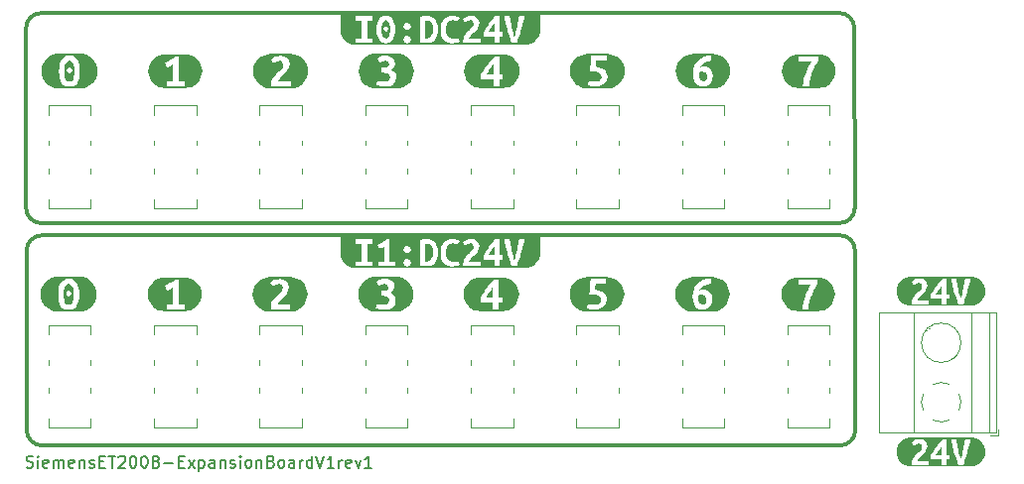
<source format=gbr>
%TF.GenerationSoftware,KiCad,Pcbnew,(6.0.10)*%
%TF.CreationDate,2023-01-16T10:01:34+01:00*%
%TF.ProjectId,SiemensET200BExpansionBoard,5369656d-656e-4734-9554-323030424578,rev?*%
%TF.SameCoordinates,Original*%
%TF.FileFunction,Legend,Top*%
%TF.FilePolarity,Positive*%
%FSLAX46Y46*%
G04 Gerber Fmt 4.6, Leading zero omitted, Abs format (unit mm)*
G04 Created by KiCad (PCBNEW (6.0.10)) date 2023-01-16 10:01:34*
%MOMM*%
%LPD*%
G01*
G04 APERTURE LIST*
%ADD10C,0.300000*%
%ADD11C,0.000000*%
%ADD12C,0.150000*%
%ADD13C,0.120000*%
%ADD14C,1.562000*%
%ADD15R,2.600000X2.600000*%
%ADD16C,2.600000*%
%ADD17R,1.600000X6.500000*%
G04 APERTURE END LIST*
D10*
X192091174Y-136592174D02*
X124002800Y-136592174D01*
D11*
G36*
X166497000Y-120142000D02*
G01*
X165100000Y-118745000D01*
X166497000Y-118618000D01*
X166497000Y-120142000D01*
G37*
D10*
X192091174Y-136592174D02*
G75*
G03*
X193361174Y-135322174I26J1269974D01*
G01*
X193284974Y-100965000D02*
X193310374Y-116348374D01*
D11*
G36*
X149479000Y-101092000D02*
G01*
X149479000Y-99695000D01*
X150495000Y-99695000D01*
X149479000Y-101092000D01*
G37*
G36*
X149479000Y-120142000D02*
G01*
X149479000Y-118745000D01*
X150749000Y-118745000D01*
X149479000Y-120142000D01*
G37*
D10*
X122682026Y-116348374D02*
G75*
G03*
X123952000Y-117618374I1269974J-26D01*
G01*
X124002800Y-118668800D02*
X192065774Y-118668800D01*
X122732826Y-135322174D02*
G75*
G03*
X124002800Y-136592174I1269974J-26D01*
G01*
X192040374Y-117618374D02*
X123952000Y-117618374D01*
X192040374Y-117618374D02*
G75*
G03*
X193310374Y-116348374I26J1269974D01*
G01*
X193285000Y-100965000D02*
G75*
G03*
X192014974Y-99695000I-1270000J0D01*
G01*
X123952000Y-99695000D02*
G75*
G03*
X122682000Y-100965000I0J-1270000D01*
G01*
X124002800Y-118668800D02*
G75*
G03*
X122732800Y-119938800I0J-1270000D01*
G01*
X123952000Y-99695000D02*
X192014974Y-99695000D01*
D11*
G36*
X166497000Y-101092000D02*
G01*
X165354000Y-99695000D01*
X166497000Y-99695000D01*
X166497000Y-101092000D01*
G37*
D10*
X193335800Y-119938800D02*
G75*
G03*
X192065774Y-118668800I-1270000J0D01*
G01*
X193335774Y-119938800D02*
X193361174Y-135322174D01*
X122682000Y-116348374D02*
X122682000Y-100965000D01*
X122732800Y-135322174D02*
X122732800Y-119938800D01*
D12*
X122699714Y-138453761D02*
X122842571Y-138501380D01*
X123080666Y-138501380D01*
X123175904Y-138453761D01*
X123223523Y-138406142D01*
X123271142Y-138310904D01*
X123271142Y-138215666D01*
X123223523Y-138120428D01*
X123175904Y-138072809D01*
X123080666Y-138025190D01*
X122890190Y-137977571D01*
X122794952Y-137929952D01*
X122747333Y-137882333D01*
X122699714Y-137787095D01*
X122699714Y-137691857D01*
X122747333Y-137596619D01*
X122794952Y-137549000D01*
X122890190Y-137501380D01*
X123128285Y-137501380D01*
X123271142Y-137549000D01*
X123699714Y-138501380D02*
X123699714Y-137834714D01*
X123699714Y-137501380D02*
X123652095Y-137549000D01*
X123699714Y-137596619D01*
X123747333Y-137549000D01*
X123699714Y-137501380D01*
X123699714Y-137596619D01*
X124556857Y-138453761D02*
X124461619Y-138501380D01*
X124271142Y-138501380D01*
X124175904Y-138453761D01*
X124128285Y-138358523D01*
X124128285Y-137977571D01*
X124175904Y-137882333D01*
X124271142Y-137834714D01*
X124461619Y-137834714D01*
X124556857Y-137882333D01*
X124604476Y-137977571D01*
X124604476Y-138072809D01*
X124128285Y-138168047D01*
X125033047Y-138501380D02*
X125033047Y-137834714D01*
X125033047Y-137929952D02*
X125080666Y-137882333D01*
X125175904Y-137834714D01*
X125318761Y-137834714D01*
X125414000Y-137882333D01*
X125461619Y-137977571D01*
X125461619Y-138501380D01*
X125461619Y-137977571D02*
X125509238Y-137882333D01*
X125604476Y-137834714D01*
X125747333Y-137834714D01*
X125842571Y-137882333D01*
X125890190Y-137977571D01*
X125890190Y-138501380D01*
X126747333Y-138453761D02*
X126652095Y-138501380D01*
X126461619Y-138501380D01*
X126366380Y-138453761D01*
X126318761Y-138358523D01*
X126318761Y-137977571D01*
X126366380Y-137882333D01*
X126461619Y-137834714D01*
X126652095Y-137834714D01*
X126747333Y-137882333D01*
X126794952Y-137977571D01*
X126794952Y-138072809D01*
X126318761Y-138168047D01*
X127223523Y-137834714D02*
X127223523Y-138501380D01*
X127223523Y-137929952D02*
X127271142Y-137882333D01*
X127366380Y-137834714D01*
X127509238Y-137834714D01*
X127604476Y-137882333D01*
X127652095Y-137977571D01*
X127652095Y-138501380D01*
X128080666Y-138453761D02*
X128175904Y-138501380D01*
X128366380Y-138501380D01*
X128461619Y-138453761D01*
X128509238Y-138358523D01*
X128509238Y-138310904D01*
X128461619Y-138215666D01*
X128366380Y-138168047D01*
X128223523Y-138168047D01*
X128128285Y-138120428D01*
X128080666Y-138025190D01*
X128080666Y-137977571D01*
X128128285Y-137882333D01*
X128223523Y-137834714D01*
X128366380Y-137834714D01*
X128461619Y-137882333D01*
X128937809Y-137977571D02*
X129271142Y-137977571D01*
X129414000Y-138501380D02*
X128937809Y-138501380D01*
X128937809Y-137501380D01*
X129414000Y-137501380D01*
X129699714Y-137501380D02*
X130271142Y-137501380D01*
X129985428Y-138501380D02*
X129985428Y-137501380D01*
X130556857Y-137596619D02*
X130604476Y-137549000D01*
X130699714Y-137501380D01*
X130937809Y-137501380D01*
X131033047Y-137549000D01*
X131080666Y-137596619D01*
X131128285Y-137691857D01*
X131128285Y-137787095D01*
X131080666Y-137929952D01*
X130509238Y-138501380D01*
X131128285Y-138501380D01*
X131747333Y-137501380D02*
X131842571Y-137501380D01*
X131937809Y-137549000D01*
X131985428Y-137596619D01*
X132033047Y-137691857D01*
X132080666Y-137882333D01*
X132080666Y-138120428D01*
X132033047Y-138310904D01*
X131985428Y-138406142D01*
X131937809Y-138453761D01*
X131842571Y-138501380D01*
X131747333Y-138501380D01*
X131652095Y-138453761D01*
X131604476Y-138406142D01*
X131556857Y-138310904D01*
X131509238Y-138120428D01*
X131509238Y-137882333D01*
X131556857Y-137691857D01*
X131604476Y-137596619D01*
X131652095Y-137549000D01*
X131747333Y-137501380D01*
X132699714Y-137501380D02*
X132794952Y-137501380D01*
X132890190Y-137549000D01*
X132937809Y-137596619D01*
X132985428Y-137691857D01*
X133033047Y-137882333D01*
X133033047Y-138120428D01*
X132985428Y-138310904D01*
X132937809Y-138406142D01*
X132890190Y-138453761D01*
X132794952Y-138501380D01*
X132699714Y-138501380D01*
X132604476Y-138453761D01*
X132556857Y-138406142D01*
X132509238Y-138310904D01*
X132461619Y-138120428D01*
X132461619Y-137882333D01*
X132509238Y-137691857D01*
X132556857Y-137596619D01*
X132604476Y-137549000D01*
X132699714Y-137501380D01*
X133794952Y-137977571D02*
X133937809Y-138025190D01*
X133985428Y-138072809D01*
X134033047Y-138168047D01*
X134033047Y-138310904D01*
X133985428Y-138406142D01*
X133937809Y-138453761D01*
X133842571Y-138501380D01*
X133461619Y-138501380D01*
X133461619Y-137501380D01*
X133794952Y-137501380D01*
X133890190Y-137549000D01*
X133937809Y-137596619D01*
X133985428Y-137691857D01*
X133985428Y-137787095D01*
X133937809Y-137882333D01*
X133890190Y-137929952D01*
X133794952Y-137977571D01*
X133461619Y-137977571D01*
X134461619Y-138120428D02*
X135223523Y-138120428D01*
X135699714Y-137977571D02*
X136033047Y-137977571D01*
X136175904Y-138501380D02*
X135699714Y-138501380D01*
X135699714Y-137501380D01*
X136175904Y-137501380D01*
X136509238Y-138501380D02*
X137033047Y-137834714D01*
X136509238Y-137834714D02*
X137033047Y-138501380D01*
X137414000Y-137834714D02*
X137414000Y-138834714D01*
X137414000Y-137882333D02*
X137509238Y-137834714D01*
X137699714Y-137834714D01*
X137794952Y-137882333D01*
X137842571Y-137929952D01*
X137890190Y-138025190D01*
X137890190Y-138310904D01*
X137842571Y-138406142D01*
X137794952Y-138453761D01*
X137699714Y-138501380D01*
X137509238Y-138501380D01*
X137414000Y-138453761D01*
X138747333Y-138501380D02*
X138747333Y-137977571D01*
X138699714Y-137882333D01*
X138604476Y-137834714D01*
X138414000Y-137834714D01*
X138318761Y-137882333D01*
X138747333Y-138453761D02*
X138652095Y-138501380D01*
X138414000Y-138501380D01*
X138318761Y-138453761D01*
X138271142Y-138358523D01*
X138271142Y-138263285D01*
X138318761Y-138168047D01*
X138414000Y-138120428D01*
X138652095Y-138120428D01*
X138747333Y-138072809D01*
X139223523Y-137834714D02*
X139223523Y-138501380D01*
X139223523Y-137929952D02*
X139271142Y-137882333D01*
X139366380Y-137834714D01*
X139509238Y-137834714D01*
X139604476Y-137882333D01*
X139652095Y-137977571D01*
X139652095Y-138501380D01*
X140080666Y-138453761D02*
X140175904Y-138501380D01*
X140366380Y-138501380D01*
X140461619Y-138453761D01*
X140509238Y-138358523D01*
X140509238Y-138310904D01*
X140461619Y-138215666D01*
X140366380Y-138168047D01*
X140223523Y-138168047D01*
X140128285Y-138120428D01*
X140080666Y-138025190D01*
X140080666Y-137977571D01*
X140128285Y-137882333D01*
X140223523Y-137834714D01*
X140366380Y-137834714D01*
X140461619Y-137882333D01*
X140937809Y-138501380D02*
X140937809Y-137834714D01*
X140937809Y-137501380D02*
X140890190Y-137549000D01*
X140937809Y-137596619D01*
X140985428Y-137549000D01*
X140937809Y-137501380D01*
X140937809Y-137596619D01*
X141556857Y-138501380D02*
X141461619Y-138453761D01*
X141414000Y-138406142D01*
X141366380Y-138310904D01*
X141366380Y-138025190D01*
X141414000Y-137929952D01*
X141461619Y-137882333D01*
X141556857Y-137834714D01*
X141699714Y-137834714D01*
X141794952Y-137882333D01*
X141842571Y-137929952D01*
X141890190Y-138025190D01*
X141890190Y-138310904D01*
X141842571Y-138406142D01*
X141794952Y-138453761D01*
X141699714Y-138501380D01*
X141556857Y-138501380D01*
X142318761Y-137834714D02*
X142318761Y-138501380D01*
X142318761Y-137929952D02*
X142366380Y-137882333D01*
X142461619Y-137834714D01*
X142604476Y-137834714D01*
X142699714Y-137882333D01*
X142747333Y-137977571D01*
X142747333Y-138501380D01*
X143556857Y-137977571D02*
X143699714Y-138025190D01*
X143747333Y-138072809D01*
X143794952Y-138168047D01*
X143794952Y-138310904D01*
X143747333Y-138406142D01*
X143699714Y-138453761D01*
X143604476Y-138501380D01*
X143223523Y-138501380D01*
X143223523Y-137501380D01*
X143556857Y-137501380D01*
X143652095Y-137549000D01*
X143699714Y-137596619D01*
X143747333Y-137691857D01*
X143747333Y-137787095D01*
X143699714Y-137882333D01*
X143652095Y-137929952D01*
X143556857Y-137977571D01*
X143223523Y-137977571D01*
X144366380Y-138501380D02*
X144271142Y-138453761D01*
X144223523Y-138406142D01*
X144175904Y-138310904D01*
X144175904Y-138025190D01*
X144223523Y-137929952D01*
X144271142Y-137882333D01*
X144366380Y-137834714D01*
X144509238Y-137834714D01*
X144604476Y-137882333D01*
X144652095Y-137929952D01*
X144699714Y-138025190D01*
X144699714Y-138310904D01*
X144652095Y-138406142D01*
X144604476Y-138453761D01*
X144509238Y-138501380D01*
X144366380Y-138501380D01*
X145556857Y-138501380D02*
X145556857Y-137977571D01*
X145509238Y-137882333D01*
X145414000Y-137834714D01*
X145223523Y-137834714D01*
X145128285Y-137882333D01*
X145556857Y-138453761D02*
X145461619Y-138501380D01*
X145223523Y-138501380D01*
X145128285Y-138453761D01*
X145080666Y-138358523D01*
X145080666Y-138263285D01*
X145128285Y-138168047D01*
X145223523Y-138120428D01*
X145461619Y-138120428D01*
X145556857Y-138072809D01*
X146033047Y-138501380D02*
X146033047Y-137834714D01*
X146033047Y-138025190D02*
X146080666Y-137929952D01*
X146128285Y-137882333D01*
X146223523Y-137834714D01*
X146318761Y-137834714D01*
X147080666Y-138501380D02*
X147080666Y-137501380D01*
X147080666Y-138453761D02*
X146985428Y-138501380D01*
X146794952Y-138501380D01*
X146699714Y-138453761D01*
X146652095Y-138406142D01*
X146604476Y-138310904D01*
X146604476Y-138025190D01*
X146652095Y-137929952D01*
X146699714Y-137882333D01*
X146794952Y-137834714D01*
X146985428Y-137834714D01*
X147080666Y-137882333D01*
X147414000Y-137501380D02*
X147747333Y-138501380D01*
X148080666Y-137501380D01*
X148937809Y-138501380D02*
X148366380Y-138501380D01*
X148652095Y-138501380D02*
X148652095Y-137501380D01*
X148556857Y-137644238D01*
X148461619Y-137739476D01*
X148366380Y-137787095D01*
X149366380Y-138501380D02*
X149366380Y-137834714D01*
X149366380Y-138025190D02*
X149414000Y-137929952D01*
X149461619Y-137882333D01*
X149556857Y-137834714D01*
X149652095Y-137834714D01*
X150366380Y-138453761D02*
X150271142Y-138501380D01*
X150080666Y-138501380D01*
X149985428Y-138453761D01*
X149937809Y-138358523D01*
X149937809Y-137977571D01*
X149985428Y-137882333D01*
X150080666Y-137834714D01*
X150271142Y-137834714D01*
X150366380Y-137882333D01*
X150414000Y-137977571D01*
X150414000Y-138072809D01*
X149937809Y-138168047D01*
X150747333Y-137834714D02*
X150985428Y-138501380D01*
X151223523Y-137834714D01*
X152128285Y-138501380D02*
X151556857Y-138501380D01*
X151842571Y-138501380D02*
X151842571Y-137501380D01*
X151747333Y-137644238D01*
X151652095Y-137739476D01*
X151556857Y-137787095D01*
D13*
%TO.C,SW2*%
X137190400Y-110563200D02*
X137190400Y-110963200D01*
X133590400Y-112963200D02*
X133590400Y-113363200D01*
X137190400Y-115563200D02*
X137190400Y-116363200D01*
X133590400Y-115563200D02*
X133590400Y-116363200D01*
X133590400Y-108363200D02*
X133590400Y-107563200D01*
X133590400Y-107563200D02*
X137190400Y-107563200D01*
X133590400Y-116363200D02*
X137190400Y-116363200D01*
X137190400Y-112963200D02*
X137190400Y-113363200D01*
X133590400Y-110563200D02*
X133590400Y-110963200D01*
X137190400Y-108363200D02*
X137190400Y-107563200D01*
%TO.C,SW16*%
X191190400Y-129308400D02*
X191190400Y-129708400D01*
X191190400Y-131708400D02*
X191190400Y-132108400D01*
X187590400Y-129308400D02*
X187590400Y-129708400D01*
X187590400Y-126308400D02*
X191190400Y-126308400D01*
X187590400Y-135108400D02*
X191190400Y-135108400D01*
X187590400Y-131708400D02*
X187590400Y-132108400D01*
X187590400Y-127108400D02*
X187590400Y-126308400D01*
X191190400Y-127108400D02*
X191190400Y-126308400D01*
X187590400Y-134308400D02*
X187590400Y-135108400D01*
X191190400Y-134308400D02*
X191190400Y-135108400D01*
%TO.C,SW11*%
X142590400Y-135108400D02*
X146190400Y-135108400D01*
X146190400Y-127108400D02*
X146190400Y-126308400D01*
X146190400Y-129308400D02*
X146190400Y-129708400D01*
X142590400Y-126308400D02*
X146190400Y-126308400D01*
X146190400Y-134308400D02*
X146190400Y-135108400D01*
X142590400Y-129308400D02*
X142590400Y-129708400D01*
X142590400Y-131708400D02*
X142590400Y-132108400D01*
X142590400Y-134308400D02*
X142590400Y-135108400D01*
X142590400Y-127108400D02*
X142590400Y-126308400D01*
X146190400Y-131708400D02*
X146190400Y-132108400D01*
%TO.C,kibuzzard-63C11C98*%
G36*
X154530524Y-103171760D02*
G01*
X154812882Y-103257412D01*
X155073104Y-103396504D01*
X155301191Y-103583690D01*
X155488378Y-103811777D01*
X155627469Y-104072000D01*
X155713122Y-104354358D01*
X155742043Y-104648000D01*
X155713122Y-104941642D01*
X155627469Y-105224000D01*
X155488378Y-105484223D01*
X155301191Y-105712310D01*
X155073104Y-105899496D01*
X154812882Y-106038588D01*
X154530524Y-106124240D01*
X154236881Y-106153162D01*
X152543919Y-106153162D01*
X152250276Y-106124240D01*
X151967918Y-106038588D01*
X151707696Y-105899496D01*
X151636233Y-105840848D01*
X152544263Y-105840848D01*
X152672215Y-105886250D01*
X152851761Y-105931653D01*
X153054009Y-105966736D01*
X153254193Y-105981183D01*
X153492556Y-105966220D01*
X153695835Y-105921334D01*
X153865063Y-105849103D01*
X154001270Y-105752106D01*
X154178753Y-105494138D01*
X154236538Y-105168065D01*
X154209193Y-104960658D01*
X154127159Y-104784208D01*
X153995595Y-104642841D01*
X153819660Y-104540685D01*
X154050800Y-104326055D01*
X154137478Y-104033002D01*
X154087948Y-103748205D01*
X153935230Y-103519129D01*
X153673134Y-103368475D01*
X153500295Y-103328232D01*
X153299595Y-103314817D01*
X153080322Y-103333907D01*
X152884781Y-103391176D01*
X152589665Y-103541830D01*
X152771275Y-103913305D01*
X153016861Y-103795671D01*
X153303723Y-103748205D01*
X153536926Y-103828691D01*
X153621540Y-104049512D01*
X153582329Y-104206357D01*
X153481205Y-104305417D01*
X153340870Y-104359075D01*
X153184025Y-104375585D01*
X152994160Y-104375585D01*
X152994160Y-104796590D01*
X153151005Y-104796590D01*
X153376986Y-104816712D01*
X153559628Y-104877076D01*
X153680357Y-104988003D01*
X153720600Y-105159810D01*
X153615349Y-105436353D01*
X153471402Y-105519934D01*
X153250065Y-105547795D01*
X153054525Y-105536444D01*
X152888909Y-105502393D01*
X152643323Y-105415715D01*
X152544263Y-105840848D01*
X151636233Y-105840848D01*
X151479609Y-105712310D01*
X151292422Y-105484223D01*
X151153331Y-105224000D01*
X151067678Y-104941642D01*
X151038757Y-104648000D01*
X151067678Y-104354358D01*
X151153331Y-104072000D01*
X151292422Y-103811777D01*
X151479609Y-103583690D01*
X151707696Y-103396504D01*
X151967918Y-103257412D01*
X152250276Y-103171760D01*
X152543919Y-103142838D01*
X154236881Y-103142838D01*
X154530524Y-103171760D01*
G37*
%TO.C,kibuzzard-63C11C3D*%
G36*
X150065951Y-121249093D02*
G01*
X149864182Y-121083505D01*
X149698594Y-120881736D01*
X149575551Y-120651539D01*
X149499782Y-120401761D01*
X149474198Y-120142000D01*
X149499782Y-119882239D01*
X149575551Y-119632461D01*
X149698594Y-119402264D01*
X149711785Y-119386191D01*
X150805991Y-119386191D01*
X151298910Y-119386191D01*
X151298910Y-120901460D01*
X150805991Y-120901460D01*
X150805991Y-121273888D01*
X152240932Y-121273888D01*
X152240932Y-120901460D01*
X151751665Y-120901460D01*
X151751665Y-119484775D01*
X152609709Y-119484775D01*
X152755759Y-119857202D01*
X152978485Y-119767747D01*
X153212165Y-119638128D01*
X153212165Y-120901460D01*
X152737502Y-120901460D01*
X152737502Y-121273888D01*
X154110372Y-121273888D01*
X154110372Y-120985439D01*
X154847925Y-120985439D01*
X154875309Y-121126012D01*
X154948334Y-121228247D01*
X155052395Y-121292144D01*
X155176537Y-121314051D01*
X155353703Y-121248329D01*
X156282866Y-121248329D01*
X156529326Y-121290318D01*
X156764831Y-121303098D01*
X156985275Y-121287123D01*
X157186551Y-121239201D01*
X157365005Y-121156591D01*
X157516989Y-121036556D01*
X157640675Y-120877270D01*
X157734238Y-120676908D01*
X157793115Y-120432731D01*
X157812740Y-120142000D01*
X158009908Y-120142000D01*
X158025654Y-120408769D01*
X158072892Y-120643134D01*
X158151622Y-120845094D01*
X158261844Y-121014649D01*
X158454954Y-121185040D01*
X158698371Y-121287275D01*
X158992094Y-121321354D01*
X159191543Y-121309031D01*
X159366347Y-121272062D01*
X159623760Y-121164350D01*
X159510571Y-120810179D01*
X159326183Y-120890506D01*
X159035909Y-120930670D01*
X158775301Y-120879096D01*
X158599584Y-120724374D01*
X158525545Y-120566762D01*
X158481122Y-120368986D01*
X158466314Y-120131046D01*
X158478637Y-119926576D01*
X158515606Y-119758619D01*
X158643399Y-119519462D01*
X158822311Y-119391668D01*
X159028606Y-119353330D01*
X159300624Y-119391668D01*
X159503269Y-119484775D01*
X159575996Y-119262049D01*
X159893953Y-119262049D01*
X160116679Y-119576056D01*
X160346708Y-119404447D01*
X160569434Y-119353330D01*
X160781206Y-119428181D01*
X160865185Y-119641779D01*
X160797637Y-119835295D01*
X160626028Y-120032462D01*
X160518316Y-120136980D01*
X160403302Y-120246061D01*
X160288288Y-120361988D01*
X160180576Y-120487043D01*
X160085643Y-120622596D01*
X160008967Y-120770015D01*
X159958306Y-120930670D01*
X159941419Y-121105930D01*
X159939593Y-121182606D01*
X159948721Y-121273888D01*
X161423826Y-121273888D01*
X161423826Y-120901460D01*
X160452594Y-120901460D01*
X160490932Y-120780969D01*
X160519782Y-120740805D01*
X161661158Y-120740805D01*
X162603180Y-120740805D01*
X162603180Y-121273888D01*
X163052284Y-121273888D01*
X163052284Y-120740805D01*
X163296918Y-120740805D01*
X163296918Y-120372029D01*
X163052284Y-120372029D01*
X163052284Y-119013764D01*
X163435665Y-119013764D01*
X163477654Y-119218234D01*
X163537900Y-119473821D01*
X163586178Y-119665106D01*
X163638512Y-119864099D01*
X163694904Y-120070801D01*
X163754541Y-120281559D01*
X163816612Y-120492723D01*
X163881118Y-120704293D01*
X163976963Y-121005521D01*
X164067331Y-121273888D01*
X164531040Y-121273888D01*
X164600819Y-121079357D01*
X164668976Y-120880364D01*
X164735510Y-120676908D01*
X164799407Y-120472438D01*
X164859653Y-120270402D01*
X164916247Y-120070801D01*
X164993836Y-119780070D01*
X165062297Y-119503031D01*
X165121173Y-119245618D01*
X165170009Y-119013764D01*
X164698998Y-119013764D01*
X164666136Y-119203629D01*
X164625973Y-119422704D01*
X164580332Y-119659579D01*
X164531040Y-119902843D01*
X164478097Y-120147477D01*
X164421503Y-120388459D01*
X164363083Y-120614380D01*
X164304663Y-120813830D01*
X164245786Y-120611642D01*
X164185997Y-120384808D01*
X164127577Y-120143826D01*
X164072808Y-119899192D01*
X164022147Y-119656384D01*
X163976050Y-119420878D01*
X163937712Y-119203172D01*
X163910328Y-119013764D01*
X163435665Y-119013764D01*
X163052284Y-119013764D01*
X162650646Y-119013764D01*
X162504596Y-119169398D01*
X162358546Y-119344202D01*
X162216148Y-119529959D01*
X162081051Y-119718455D01*
X161955083Y-119906038D01*
X161840069Y-120089057D01*
X161740572Y-120260209D01*
X161661158Y-120412193D01*
X161661158Y-120740805D01*
X160519782Y-120740805D01*
X160584039Y-120651349D01*
X160700879Y-120527207D01*
X160810416Y-120423146D01*
X160996630Y-120240584D01*
X161160936Y-120043416D01*
X161277776Y-119833469D01*
X161321591Y-119608917D01*
X161263171Y-119325946D01*
X161106168Y-119123301D01*
X160879790Y-119002810D01*
X160613249Y-118962646D01*
X160422927Y-118980902D01*
X160231693Y-119035671D01*
X160051413Y-119128778D01*
X159893953Y-119262049D01*
X159575996Y-119262049D01*
X159620109Y-119126952D01*
X159545258Y-119083137D01*
X159422941Y-119028369D01*
X159253158Y-118982728D01*
X159035909Y-118962646D01*
X158821854Y-118982272D01*
X158625143Y-119041148D01*
X158449883Y-119137906D01*
X158300182Y-119271177D01*
X158178321Y-119439591D01*
X158086584Y-119641779D01*
X158029077Y-119876372D01*
X158009908Y-120142000D01*
X157812740Y-120142000D01*
X157794940Y-119857659D01*
X157741541Y-119618046D01*
X157656193Y-119419965D01*
X157542547Y-119260223D01*
X157400605Y-119138363D01*
X157230366Y-119053927D01*
X157036393Y-119004636D01*
X156823251Y-118988205D01*
X156571315Y-118999159D01*
X156282866Y-119042974D01*
X156282866Y-121248329D01*
X155353703Y-121248329D01*
X155402915Y-121230073D01*
X155501499Y-120985439D01*
X155402915Y-120748108D01*
X155176537Y-120664129D01*
X155052395Y-120686036D01*
X154948334Y-120748108D01*
X154875309Y-120848517D01*
X154847925Y-120985439D01*
X154110372Y-120985439D01*
X154110372Y-120901460D01*
X153661269Y-120901460D01*
X153661269Y-119879110D01*
X154847925Y-119879110D01*
X154875309Y-120019683D01*
X154948334Y-120121918D01*
X155052395Y-120185815D01*
X155176537Y-120207723D01*
X155402915Y-120123744D01*
X155501499Y-119879110D01*
X155402915Y-119641779D01*
X155176537Y-119557800D01*
X155052395Y-119579707D01*
X154948334Y-119641779D01*
X154875309Y-119742188D01*
X154847925Y-119879110D01*
X153661269Y-119879110D01*
X153661269Y-119013764D01*
X153354564Y-119013764D01*
X153197560Y-119156162D01*
X153004044Y-119287607D01*
X152799574Y-119400796D01*
X152609709Y-119484775D01*
X151751665Y-119484775D01*
X151751665Y-119386191D01*
X152240932Y-119386191D01*
X152240932Y-119013764D01*
X150805991Y-119013764D01*
X150805991Y-119386191D01*
X149711785Y-119386191D01*
X149864182Y-119200495D01*
X150065951Y-119034907D01*
X150296148Y-118911864D01*
X150545926Y-118836095D01*
X150805687Y-118810511D01*
X165170313Y-118810511D01*
X165430074Y-118836095D01*
X165679852Y-118911864D01*
X165910049Y-119034907D01*
X166111818Y-119200495D01*
X166277406Y-119402264D01*
X166400449Y-119632461D01*
X166476218Y-119882239D01*
X166501802Y-120142000D01*
X166476218Y-120401761D01*
X166400449Y-120651539D01*
X166277406Y-120881736D01*
X166111818Y-121083505D01*
X165910049Y-121249093D01*
X165679852Y-121372136D01*
X165430074Y-121447905D01*
X165170313Y-121473489D01*
X150805687Y-121473489D01*
X150545926Y-121447905D01*
X150296148Y-121372136D01*
X150065951Y-121249093D01*
G37*
G36*
X157108049Y-119442786D02*
G01*
X157257750Y-119612569D01*
X157334426Y-119857202D01*
X157356334Y-120142000D01*
X157349488Y-120303111D01*
X157328949Y-120450531D01*
X157237668Y-120693339D01*
X157069711Y-120853994D01*
X156812297Y-120912414D01*
X156772134Y-120912414D01*
X156731970Y-120908763D01*
X156731970Y-119389842D01*
X156797692Y-119380714D01*
X156863415Y-119378889D01*
X157108049Y-119442786D01*
G37*
G36*
X162603180Y-120372029D02*
G01*
X162092005Y-120372029D01*
X162201543Y-120163908D01*
X162331162Y-119953961D01*
X162468084Y-119754967D01*
X162603180Y-119576056D01*
X162603180Y-120372029D01*
G37*
%TO.C,kibuzzard-63C11CDA*%
G36*
X181474034Y-122242001D02*
G01*
X181752521Y-122326479D01*
X182009175Y-122463663D01*
X182234135Y-122648283D01*
X182418754Y-122873243D01*
X182555939Y-123129897D01*
X182640417Y-123408384D01*
X182668942Y-123698000D01*
X182640417Y-123987616D01*
X182555939Y-124266103D01*
X182418754Y-124522757D01*
X182234135Y-124747717D01*
X182009175Y-124932337D01*
X181752521Y-125069521D01*
X181474034Y-125153999D01*
X181184418Y-125182524D01*
X179495582Y-125182524D01*
X179205966Y-125153999D01*
X178927480Y-125069521D01*
X178670825Y-124932337D01*
X178445865Y-124747717D01*
X178261246Y-124522757D01*
X178124061Y-124266103D01*
X178039583Y-123987616D01*
X178032197Y-123912630D01*
X179495926Y-123912630D01*
X179520921Y-124256359D01*
X179595904Y-124533589D01*
X179720875Y-124744321D01*
X179893542Y-124892223D01*
X180111612Y-124980965D01*
X180375084Y-125010545D01*
X180571140Y-124990423D01*
X180738304Y-124930059D01*
X180990081Y-124721620D01*
X181136608Y-124440950D01*
X181184074Y-124139643D01*
X181140735Y-123825953D01*
X180998336Y-123565920D01*
X180744495Y-123388437D01*
X180572688Y-123338907D01*
X180366829Y-123322397D01*
X180234749Y-123340971D01*
X180082031Y-123392565D01*
X180224430Y-123124277D01*
X180453506Y-122948859D01*
X180742431Y-122851862D01*
X181064376Y-122818842D01*
X181035484Y-122385455D01*
X180704252Y-122410220D01*
X180403976Y-122484515D01*
X180139816Y-122607308D01*
X179916931Y-122777567D01*
X179737901Y-122994261D01*
X179605305Y-123256357D01*
X179523271Y-123562824D01*
X179495926Y-123912630D01*
X178032197Y-123912630D01*
X178011058Y-123698000D01*
X178039583Y-123408384D01*
X178124061Y-123129897D01*
X178261246Y-122873243D01*
X178445865Y-122648283D01*
X178670825Y-122463663D01*
X178927480Y-122326479D01*
X179205966Y-122242001D01*
X179495582Y-122213476D01*
X181184418Y-122213476D01*
X181474034Y-122242001D01*
G37*
G36*
X180483431Y-123769715D02*
G01*
X180602096Y-123848654D01*
X180688774Y-124147898D01*
X180670200Y-124292360D01*
X180612415Y-124428568D01*
X180511291Y-124531755D01*
X180362701Y-124573030D01*
X180183155Y-124521436D01*
X180069649Y-124383165D01*
X180011864Y-124187109D01*
X179995354Y-123958033D01*
X179997418Y-123879610D01*
X180003609Y-123805315D01*
X180139816Y-123759913D01*
X180300789Y-123743403D01*
X180483431Y-123769715D01*
G37*
%TO.C,kibuzzard-63C11CE2*%
G36*
X190507271Y-103226410D02*
G01*
X190779176Y-103308892D01*
X191029765Y-103442834D01*
X191249408Y-103623091D01*
X191429665Y-103842734D01*
X191563607Y-104093323D01*
X191646089Y-104365228D01*
X191673939Y-104648000D01*
X191646089Y-104930772D01*
X191563607Y-105202677D01*
X191429665Y-105453266D01*
X191249408Y-105672909D01*
X191029765Y-105853166D01*
X190779176Y-105987108D01*
X190507271Y-106069590D01*
X190224499Y-106097440D01*
X188556301Y-106097440D01*
X188273529Y-106069590D01*
X188001624Y-105987108D01*
X187751035Y-105853166D01*
X187531392Y-105672909D01*
X187351135Y-105453266D01*
X187217193Y-105202677D01*
X187134711Y-104930772D01*
X187106861Y-104648000D01*
X187134711Y-104365228D01*
X187217193Y-104093323D01*
X187351135Y-103842734D01*
X187393146Y-103791544D01*
X188556645Y-103791544D01*
X189629795Y-103791544D01*
X189515257Y-103995339D01*
X189394528Y-104235250D01*
X189275346Y-104500958D01*
X189165451Y-104782144D01*
X189067939Y-105072617D01*
X188985905Y-105366185D01*
X188927088Y-105653562D01*
X188899228Y-105925461D01*
X189415165Y-105925461D01*
X189452828Y-105594745D01*
X189524544Y-105262998D01*
X189620508Y-104940537D01*
X189730919Y-104637681D01*
X189852164Y-104360107D01*
X189980633Y-104113489D01*
X190107553Y-103908146D01*
X190224155Y-103754396D01*
X190224155Y-103370539D01*
X188556645Y-103370539D01*
X188556645Y-103791544D01*
X187393146Y-103791544D01*
X187531392Y-103623091D01*
X187751035Y-103442834D01*
X188001624Y-103308892D01*
X188273529Y-103226410D01*
X188556301Y-103198560D01*
X190224499Y-103198560D01*
X190507271Y-103226410D01*
G37*
%TO.C,kibuzzard-63C11CBB*%
G36*
X145493464Y-122248073D02*
G01*
X145770789Y-122332198D01*
X146026373Y-122468811D01*
X146250394Y-122652661D01*
X146434244Y-122876682D01*
X146570857Y-123132266D01*
X146654982Y-123409592D01*
X146683388Y-123698000D01*
X146654982Y-123986408D01*
X146570857Y-124263734D01*
X146434244Y-124519318D01*
X146250394Y-124743339D01*
X146026373Y-124927189D01*
X145770789Y-125063802D01*
X145493464Y-125147927D01*
X145205055Y-125176333D01*
X143474945Y-125176333D01*
X143186536Y-125147927D01*
X142909211Y-125063802D01*
X142653627Y-124927189D01*
X142429606Y-124743339D01*
X142245756Y-124519318D01*
X142109143Y-124263734D01*
X142025018Y-123986408D01*
X141996612Y-123698000D01*
X142025018Y-123409592D01*
X142109143Y-123132266D01*
X142245756Y-122876682D01*
X142366052Y-122730101D01*
X143475289Y-122730101D01*
X143727066Y-123085066D01*
X143987099Y-122891074D01*
X144238876Y-122833289D01*
X144478271Y-122917902D01*
X144573204Y-123159361D01*
X144496845Y-123378119D01*
X144302853Y-123601004D01*
X144181091Y-123719153D01*
X144051075Y-123842463D01*
X143921059Y-123973511D01*
X143799298Y-124114878D01*
X143691983Y-124268111D01*
X143605305Y-124434759D01*
X143548036Y-124616369D01*
X143528946Y-124814489D01*
X143526883Y-124901166D01*
X143537201Y-125004354D01*
X145204711Y-125004354D01*
X145204711Y-124583349D01*
X144106796Y-124583349D01*
X144150135Y-124447141D01*
X144255386Y-124300615D01*
X144387466Y-124160280D01*
X144511291Y-124042646D01*
X144721794Y-123836271D01*
X144907531Y-123613386D01*
X145039611Y-123376055D01*
X145089141Y-123122214D01*
X145023101Y-122802332D01*
X144845619Y-122573256D01*
X144589714Y-122437049D01*
X144288406Y-122391646D01*
X144073260Y-122412284D01*
X143857083Y-122474196D01*
X143653287Y-122579447D01*
X143475289Y-122730101D01*
X142366052Y-122730101D01*
X142429606Y-122652661D01*
X142653627Y-122468811D01*
X142909211Y-122332198D01*
X143186536Y-122248073D01*
X143474945Y-122219667D01*
X145205055Y-122219667D01*
X145493464Y-122248073D01*
G37*
%TO.C,J1*%
X199616000Y-126560000D02*
X199662000Y-126607000D01*
X201708000Y-129062000D02*
X201754000Y-129109000D01*
X203285000Y-135515000D02*
X203285000Y-125235000D01*
X205585000Y-135755000D02*
X205585000Y-135255000D01*
X204845000Y-135755000D02*
X205585000Y-135755000D01*
X201924000Y-128869000D02*
X201959000Y-128904000D01*
X195424000Y-135515000D02*
X205345000Y-135515000D01*
X195424000Y-125235000D02*
X205345000Y-125235000D01*
X205345000Y-135515000D02*
X205345000Y-125235000D01*
X204785000Y-135515000D02*
X204785000Y-125235000D01*
X195424000Y-135515000D02*
X195424000Y-125235000D01*
X198384000Y-135515000D02*
X198384000Y-125235000D01*
X199410000Y-126765000D02*
X199446000Y-126800000D01*
X202220000Y-133599000D02*
G75*
G03*
X202365253Y-132886195I-1535001J683999D01*
G01*
X200001000Y-134450000D02*
G75*
G03*
X201368042Y-134450427I684001J1534993D01*
G01*
X199150000Y-132231000D02*
G75*
G03*
X199149573Y-133598042I1534993J-684001D01*
G01*
X201369000Y-131379999D02*
G75*
G03*
X200001958Y-131379573I-684000J-1535001D01*
G01*
X202365000Y-132915000D02*
G75*
G03*
X202219756Y-132231682I-1680000J0D01*
G01*
X202365000Y-127835000D02*
G75*
G03*
X202365000Y-127835000I-1680000J0D01*
G01*
%TO.C,kibuzzard-63C11CB4*%
G36*
X136521717Y-103226410D02*
G01*
X136793622Y-103308892D01*
X137044211Y-103442834D01*
X137263854Y-103623091D01*
X137444111Y-103842734D01*
X137578054Y-104093323D01*
X137660535Y-104365228D01*
X137688386Y-104648000D01*
X137660535Y-104930772D01*
X137578054Y-105202677D01*
X137444111Y-105453266D01*
X137263854Y-105672909D01*
X137044211Y-105853166D01*
X136793622Y-105987108D01*
X136521717Y-106069590D01*
X136238945Y-106097440D01*
X134541855Y-106097440D01*
X134259083Y-106069590D01*
X133987178Y-105987108D01*
X133736589Y-105853166D01*
X133516946Y-105672909D01*
X133336689Y-105453266D01*
X133202746Y-105202677D01*
X133120265Y-104930772D01*
X133092414Y-104648000D01*
X133120265Y-104365228D01*
X133202746Y-104093323D01*
X133304484Y-103902986D01*
X134542199Y-103902986D01*
X134707299Y-104323991D01*
X134959076Y-104222867D01*
X135223236Y-104076341D01*
X135223236Y-105504456D01*
X134686661Y-105504456D01*
X134686661Y-105925461D01*
X136238601Y-105925461D01*
X136238601Y-105504456D01*
X135730919Y-105504456D01*
X135730919Y-103370539D01*
X135384209Y-103370539D01*
X135206726Y-103531511D01*
X134987969Y-103680101D01*
X134756829Y-103808054D01*
X134542199Y-103902986D01*
X133304484Y-103902986D01*
X133336689Y-103842734D01*
X133516946Y-103623091D01*
X133736589Y-103442834D01*
X133987178Y-103308892D01*
X134259083Y-103226410D01*
X134541855Y-103198560D01*
X136238945Y-103198560D01*
X136521717Y-103226410D01*
G37*
G36*
X136471317Y-122276410D02*
G01*
X136743222Y-122358892D01*
X136993811Y-122492834D01*
X137213454Y-122673091D01*
X137393711Y-122892734D01*
X137527654Y-123143323D01*
X137610135Y-123415228D01*
X137637986Y-123698000D01*
X137610135Y-123980772D01*
X137527654Y-124252677D01*
X137393711Y-124503266D01*
X137213454Y-124722909D01*
X136993811Y-124903166D01*
X136743222Y-125037108D01*
X136471317Y-125119590D01*
X136188545Y-125147440D01*
X134491455Y-125147440D01*
X134208683Y-125119590D01*
X133936778Y-125037108D01*
X133686189Y-124903166D01*
X133466546Y-124722909D01*
X133286289Y-124503266D01*
X133152346Y-124252677D01*
X133069865Y-123980772D01*
X133042014Y-123698000D01*
X133069865Y-123415228D01*
X133152346Y-123143323D01*
X133254084Y-122952986D01*
X134491799Y-122952986D01*
X134656899Y-123373991D01*
X134908676Y-123272867D01*
X135172836Y-123126341D01*
X135172836Y-124554456D01*
X134636261Y-124554456D01*
X134636261Y-124975461D01*
X136188201Y-124975461D01*
X136188201Y-124554456D01*
X135680519Y-124554456D01*
X135680519Y-122420539D01*
X135333809Y-122420539D01*
X135156326Y-122581511D01*
X134937569Y-122730101D01*
X134706429Y-122858054D01*
X134491799Y-122952986D01*
X133254084Y-122952986D01*
X133286289Y-122892734D01*
X133466546Y-122673091D01*
X133686189Y-122492834D01*
X133936778Y-122358892D01*
X134208683Y-122276410D01*
X134491455Y-122248560D01*
X136188545Y-122248560D01*
X136471317Y-122276410D01*
G37*
%TO.C,kibuzzard-63C11BDD*%
G36*
X157108049Y-100392786D02*
G01*
X157257750Y-100562569D01*
X157334426Y-100807202D01*
X157356334Y-101092000D01*
X157349488Y-101253111D01*
X157328949Y-101400531D01*
X157237668Y-101643339D01*
X157069711Y-101803994D01*
X156812297Y-101862414D01*
X156772134Y-101862414D01*
X156731970Y-101858763D01*
X156731970Y-100339842D01*
X156797692Y-100330714D01*
X156863415Y-100328889D01*
X157108049Y-100392786D01*
G37*
G36*
X153716240Y-101327911D02*
G01*
X153683988Y-101525687D01*
X153630233Y-101681677D01*
X153511111Y-101833660D01*
X153347261Y-101884321D01*
X153185693Y-101833660D01*
X153066115Y-101681677D01*
X153011346Y-101525687D01*
X152978485Y-101327911D01*
X152967531Y-101088349D01*
X152969215Y-101051836D01*
X153146442Y-101051836D01*
X153201211Y-101221619D01*
X153350912Y-101292819D01*
X153495137Y-101221619D01*
X153551731Y-101051836D01*
X153495137Y-100880227D01*
X153350912Y-100807202D01*
X153201211Y-100880227D01*
X153146442Y-101051836D01*
X152969215Y-101051836D01*
X152978485Y-100850815D01*
X153011346Y-100654256D01*
X153066115Y-100498672D01*
X153185693Y-100346689D01*
X153347261Y-100296027D01*
X153511111Y-100346689D01*
X153630233Y-100498672D01*
X153683988Y-100654256D01*
X153716240Y-100850815D01*
X153726991Y-101088349D01*
X153716240Y-101327911D01*
G37*
G36*
X162603180Y-101322029D02*
G01*
X162092005Y-101322029D01*
X162201543Y-101113908D01*
X162331162Y-100903961D01*
X162468084Y-100704967D01*
X162603180Y-100526056D01*
X162603180Y-101322029D01*
G37*
G36*
X150065951Y-102199093D02*
G01*
X149864182Y-102033505D01*
X149698594Y-101831736D01*
X149575551Y-101601539D01*
X149499782Y-101351761D01*
X149474198Y-101092000D01*
X149499782Y-100832239D01*
X149575551Y-100582461D01*
X149698594Y-100352264D01*
X149711785Y-100336191D01*
X150805991Y-100336191D01*
X151298910Y-100336191D01*
X151298910Y-101851460D01*
X150805991Y-101851460D01*
X150805991Y-102223888D01*
X152240932Y-102223888D01*
X152240932Y-101851460D01*
X151751665Y-101851460D01*
X151751665Y-101088349D01*
X152562242Y-101088349D01*
X152574794Y-101368582D01*
X152612447Y-101610478D01*
X152675203Y-101814035D01*
X152763061Y-101979254D01*
X152917225Y-102141532D01*
X153111958Y-102238898D01*
X153347261Y-102271354D01*
X153582564Y-102238898D01*
X153777297Y-102141532D01*
X153931461Y-101979254D01*
X153954760Y-101935439D01*
X154847925Y-101935439D01*
X154875309Y-102076012D01*
X154948334Y-102178247D01*
X155052395Y-102242144D01*
X155176537Y-102264051D01*
X155353703Y-102198329D01*
X156282866Y-102198329D01*
X156529326Y-102240318D01*
X156764831Y-102253098D01*
X156985275Y-102237123D01*
X157186551Y-102189201D01*
X157365005Y-102106591D01*
X157516989Y-101986556D01*
X157640675Y-101827270D01*
X157734238Y-101626908D01*
X157793115Y-101382731D01*
X157812740Y-101092000D01*
X158009908Y-101092000D01*
X158025654Y-101358769D01*
X158072892Y-101593134D01*
X158151622Y-101795094D01*
X158261844Y-101964649D01*
X158454954Y-102135040D01*
X158698371Y-102237275D01*
X158992094Y-102271354D01*
X159191543Y-102259031D01*
X159366347Y-102222062D01*
X159623760Y-102114350D01*
X159510571Y-101760179D01*
X159326183Y-101840506D01*
X159035909Y-101880670D01*
X158775301Y-101829096D01*
X158599584Y-101674374D01*
X158525545Y-101516762D01*
X158481122Y-101318986D01*
X158466314Y-101081046D01*
X158478637Y-100876576D01*
X158515606Y-100708619D01*
X158643399Y-100469462D01*
X158822311Y-100341668D01*
X159028606Y-100303330D01*
X159300624Y-100341668D01*
X159503269Y-100434775D01*
X159575996Y-100212049D01*
X159893953Y-100212049D01*
X160116679Y-100526056D01*
X160346708Y-100354447D01*
X160569434Y-100303330D01*
X160781206Y-100378181D01*
X160865185Y-100591779D01*
X160797637Y-100785295D01*
X160626028Y-100982462D01*
X160518316Y-101086980D01*
X160403302Y-101196061D01*
X160288288Y-101311988D01*
X160180576Y-101437043D01*
X160085643Y-101572596D01*
X160008967Y-101720015D01*
X159958306Y-101880670D01*
X159941419Y-102055930D01*
X159939593Y-102132606D01*
X159948721Y-102223888D01*
X161423826Y-102223888D01*
X161423826Y-101851460D01*
X160452594Y-101851460D01*
X160490932Y-101730969D01*
X160519782Y-101690805D01*
X161661158Y-101690805D01*
X162603180Y-101690805D01*
X162603180Y-102223888D01*
X163052284Y-102223888D01*
X163052284Y-101690805D01*
X163296918Y-101690805D01*
X163296918Y-101322029D01*
X163052284Y-101322029D01*
X163052284Y-99963764D01*
X163435665Y-99963764D01*
X163477654Y-100168234D01*
X163537900Y-100423821D01*
X163586178Y-100615106D01*
X163638512Y-100814099D01*
X163694904Y-101020801D01*
X163754541Y-101231559D01*
X163816612Y-101442723D01*
X163881118Y-101654293D01*
X163976963Y-101955521D01*
X164067331Y-102223888D01*
X164531040Y-102223888D01*
X164600819Y-102029357D01*
X164668976Y-101830364D01*
X164735510Y-101626908D01*
X164799407Y-101422438D01*
X164859653Y-101220402D01*
X164916247Y-101020801D01*
X164993836Y-100730070D01*
X165062297Y-100453031D01*
X165121173Y-100195618D01*
X165170009Y-99963764D01*
X164698998Y-99963764D01*
X164666136Y-100153629D01*
X164625973Y-100372704D01*
X164580332Y-100609579D01*
X164531040Y-100852843D01*
X164478097Y-101097477D01*
X164421503Y-101338459D01*
X164363083Y-101564380D01*
X164304663Y-101763830D01*
X164245786Y-101561642D01*
X164185997Y-101334808D01*
X164127577Y-101093826D01*
X164072808Y-100849192D01*
X164022147Y-100606384D01*
X163976050Y-100370878D01*
X163937712Y-100153172D01*
X163910328Y-99963764D01*
X163435665Y-99963764D01*
X163052284Y-99963764D01*
X162650646Y-99963764D01*
X162504596Y-100119398D01*
X162358546Y-100294202D01*
X162216148Y-100479959D01*
X162081051Y-100668455D01*
X161955083Y-100856038D01*
X161840069Y-101039057D01*
X161740572Y-101210209D01*
X161661158Y-101362193D01*
X161661158Y-101690805D01*
X160519782Y-101690805D01*
X160584039Y-101601349D01*
X160700879Y-101477207D01*
X160810416Y-101373146D01*
X160996630Y-101190584D01*
X161160936Y-100993416D01*
X161277776Y-100783469D01*
X161321591Y-100558917D01*
X161263171Y-100275946D01*
X161106168Y-100073301D01*
X160879790Y-99952810D01*
X160613249Y-99912646D01*
X160422927Y-99930902D01*
X160231693Y-99985671D01*
X160051413Y-100078778D01*
X159893953Y-100212049D01*
X159575996Y-100212049D01*
X159620109Y-100076952D01*
X159545258Y-100033137D01*
X159422941Y-99978369D01*
X159253158Y-99932728D01*
X159035909Y-99912646D01*
X158821854Y-99932272D01*
X158625143Y-99991148D01*
X158449883Y-100087906D01*
X158300182Y-100221177D01*
X158178321Y-100389591D01*
X158086584Y-100591779D01*
X158029077Y-100826372D01*
X158009908Y-101092000D01*
X157812740Y-101092000D01*
X157794940Y-100807659D01*
X157741541Y-100568046D01*
X157656193Y-100369965D01*
X157542547Y-100210223D01*
X157400605Y-100088363D01*
X157230366Y-100003927D01*
X157036393Y-99954636D01*
X156823251Y-99938205D01*
X156571315Y-99949159D01*
X156282866Y-99992974D01*
X156282866Y-102198329D01*
X155353703Y-102198329D01*
X155402915Y-102180073D01*
X155501499Y-101935439D01*
X155402915Y-101698108D01*
X155176537Y-101614129D01*
X155052395Y-101636036D01*
X154948334Y-101698108D01*
X154875309Y-101798517D01*
X154847925Y-101935439D01*
X153954760Y-101935439D01*
X154019319Y-101814035D01*
X154082075Y-101610478D01*
X154119729Y-101368582D01*
X154132280Y-101088349D01*
X154120598Y-100829110D01*
X154847925Y-100829110D01*
X154875309Y-100969683D01*
X154948334Y-101071918D01*
X155052395Y-101135815D01*
X155176537Y-101157723D01*
X155402915Y-101073744D01*
X155501499Y-100829110D01*
X155402915Y-100591779D01*
X155176537Y-100507800D01*
X155052395Y-100529707D01*
X154948334Y-100591779D01*
X154875309Y-100692188D01*
X154847925Y-100829110D01*
X154120598Y-100829110D01*
X154119729Y-100809827D01*
X154082075Y-100569415D01*
X154019319Y-100367113D01*
X153931461Y-100202921D01*
X153777297Y-100041657D01*
X153582564Y-99944899D01*
X153347261Y-99912646D01*
X153115610Y-99945102D01*
X152922093Y-100042468D01*
X152766712Y-100204746D01*
X152677257Y-100369509D01*
X152613360Y-100571697D01*
X152575022Y-100811310D01*
X152562242Y-101088349D01*
X151751665Y-101088349D01*
X151751665Y-100336191D01*
X152240932Y-100336191D01*
X152240932Y-99963764D01*
X150805991Y-99963764D01*
X150805991Y-100336191D01*
X149711785Y-100336191D01*
X149864182Y-100150495D01*
X150065951Y-99984907D01*
X150296148Y-99861864D01*
X150545926Y-99786095D01*
X150805687Y-99760511D01*
X165170313Y-99760511D01*
X165430074Y-99786095D01*
X165679852Y-99861864D01*
X165910049Y-99984907D01*
X166111818Y-100150495D01*
X166277406Y-100352264D01*
X166400449Y-100582461D01*
X166476218Y-100832239D01*
X166501802Y-101092000D01*
X166476218Y-101351761D01*
X166400449Y-101601539D01*
X166277406Y-101831736D01*
X166111818Y-102033505D01*
X165910049Y-102199093D01*
X165679852Y-102322136D01*
X165430074Y-102397905D01*
X165170313Y-102423489D01*
X150805687Y-102423489D01*
X150545926Y-102397905D01*
X150296148Y-102322136D01*
X150065951Y-102199093D01*
G37*
%TO.C,kibuzzard-63C11CBB*%
G36*
X145543864Y-103198073D02*
G01*
X145821189Y-103282198D01*
X146076773Y-103418811D01*
X146300794Y-103602661D01*
X146484644Y-103826682D01*
X146621257Y-104082266D01*
X146705382Y-104359592D01*
X146733788Y-104648000D01*
X146705382Y-104936408D01*
X146621257Y-105213734D01*
X146484644Y-105469318D01*
X146300794Y-105693339D01*
X146076773Y-105877189D01*
X145821189Y-106013802D01*
X145543864Y-106097927D01*
X145255455Y-106126333D01*
X143525345Y-106126333D01*
X143236936Y-106097927D01*
X142959611Y-106013802D01*
X142704027Y-105877189D01*
X142480006Y-105693339D01*
X142296156Y-105469318D01*
X142159543Y-105213734D01*
X142075418Y-104936408D01*
X142047012Y-104648000D01*
X142075418Y-104359592D01*
X142159543Y-104082266D01*
X142296156Y-103826682D01*
X142416452Y-103680101D01*
X143525689Y-103680101D01*
X143777466Y-104035066D01*
X144037499Y-103841074D01*
X144289276Y-103783289D01*
X144528671Y-103867902D01*
X144623604Y-104109361D01*
X144547245Y-104328119D01*
X144353253Y-104551004D01*
X144231491Y-104669153D01*
X144101475Y-104792463D01*
X143971459Y-104923511D01*
X143849698Y-105064878D01*
X143742383Y-105218111D01*
X143655705Y-105384759D01*
X143598436Y-105566369D01*
X143579346Y-105764489D01*
X143577283Y-105851166D01*
X143587601Y-105954354D01*
X145255111Y-105954354D01*
X145255111Y-105533349D01*
X144157196Y-105533349D01*
X144200535Y-105397141D01*
X144305786Y-105250615D01*
X144437866Y-105110280D01*
X144561691Y-104992646D01*
X144772194Y-104786271D01*
X144957931Y-104563386D01*
X145090011Y-104326055D01*
X145139541Y-104072214D01*
X145073501Y-103752332D01*
X144896019Y-103523256D01*
X144640114Y-103387049D01*
X144338806Y-103341646D01*
X144123660Y-103362284D01*
X143907483Y-103424196D01*
X143703687Y-103529447D01*
X143525689Y-103680101D01*
X142416452Y-103680101D01*
X142480006Y-103602661D01*
X142704027Y-103418811D01*
X142959611Y-103282198D01*
X143236936Y-103198073D01*
X143525345Y-103169667D01*
X145255455Y-103169667D01*
X145543864Y-103198073D01*
G37*
%TO.C,SW13*%
X164190400Y-134308400D02*
X164190400Y-135108400D01*
X160590400Y-135108400D02*
X164190400Y-135108400D01*
X160590400Y-129308400D02*
X160590400Y-129708400D01*
X160590400Y-127108400D02*
X160590400Y-126308400D01*
X160590400Y-126308400D02*
X164190400Y-126308400D01*
X164190400Y-131708400D02*
X164190400Y-132108400D01*
X160590400Y-134308400D02*
X160590400Y-135108400D01*
X164190400Y-127108400D02*
X164190400Y-126308400D01*
X164190400Y-129308400D02*
X164190400Y-129708400D01*
X160590400Y-131708400D02*
X160590400Y-132108400D01*
%TO.C,SW6*%
X169590400Y-108363200D02*
X169590400Y-107563200D01*
X169590400Y-110563200D02*
X169590400Y-110963200D01*
X169590400Y-112963200D02*
X169590400Y-113363200D01*
X173190400Y-108363200D02*
X173190400Y-107563200D01*
X173190400Y-110563200D02*
X173190400Y-110963200D01*
X173190400Y-112963200D02*
X173190400Y-113363200D01*
X169590400Y-116363200D02*
X173190400Y-116363200D01*
X169590400Y-107563200D02*
X173190400Y-107563200D01*
X173190400Y-115563200D02*
X173190400Y-116363200D01*
X169590400Y-115563200D02*
X169590400Y-116363200D01*
%TO.C,kibuzzard-63C11C98*%
G36*
X154480124Y-122221760D02*
G01*
X154762482Y-122307412D01*
X155022704Y-122446504D01*
X155250791Y-122633690D01*
X155437978Y-122861777D01*
X155577069Y-123122000D01*
X155662722Y-123404358D01*
X155691643Y-123698000D01*
X155662722Y-123991642D01*
X155577069Y-124274000D01*
X155437978Y-124534223D01*
X155250791Y-124762310D01*
X155022704Y-124949496D01*
X154762482Y-125088588D01*
X154480124Y-125174240D01*
X154186481Y-125203162D01*
X152493519Y-125203162D01*
X152199876Y-125174240D01*
X151917518Y-125088588D01*
X151657296Y-124949496D01*
X151585833Y-124890848D01*
X152493863Y-124890848D01*
X152621815Y-124936250D01*
X152801361Y-124981653D01*
X153003609Y-125016736D01*
X153203793Y-125031183D01*
X153442156Y-125016220D01*
X153645435Y-124971334D01*
X153814663Y-124899103D01*
X153950870Y-124802106D01*
X154128353Y-124544138D01*
X154186138Y-124218065D01*
X154158793Y-124010658D01*
X154076759Y-123834208D01*
X153945195Y-123692841D01*
X153769260Y-123590685D01*
X154000400Y-123376055D01*
X154087078Y-123083002D01*
X154037548Y-122798205D01*
X153884830Y-122569129D01*
X153622734Y-122418475D01*
X153449895Y-122378232D01*
X153249195Y-122364817D01*
X153029922Y-122383907D01*
X152834381Y-122441176D01*
X152539265Y-122591830D01*
X152720875Y-122963305D01*
X152966461Y-122845671D01*
X153253323Y-122798205D01*
X153486526Y-122878691D01*
X153571140Y-123099512D01*
X153531929Y-123256357D01*
X153430805Y-123355417D01*
X153290470Y-123409075D01*
X153133625Y-123425585D01*
X152943760Y-123425585D01*
X152943760Y-123846590D01*
X153100605Y-123846590D01*
X153326586Y-123866712D01*
X153509228Y-123927076D01*
X153629957Y-124038003D01*
X153670200Y-124209810D01*
X153564949Y-124486353D01*
X153421002Y-124569934D01*
X153199665Y-124597795D01*
X153004125Y-124586444D01*
X152838509Y-124552393D01*
X152592923Y-124465715D01*
X152493863Y-124890848D01*
X151585833Y-124890848D01*
X151429209Y-124762310D01*
X151242022Y-124534223D01*
X151102931Y-124274000D01*
X151017278Y-123991642D01*
X150988357Y-123698000D01*
X151017278Y-123404358D01*
X151102931Y-123122000D01*
X151242022Y-122861777D01*
X151429209Y-122633690D01*
X151657296Y-122446504D01*
X151917518Y-122307412D01*
X152199876Y-122221760D01*
X152493519Y-122192838D01*
X154186481Y-122192838D01*
X154480124Y-122221760D01*
G37*
%TO.C,kibuzzard-63C11CC1*%
G36*
X162480335Y-123955969D02*
G01*
X161902485Y-123955969D01*
X162026310Y-123720701D01*
X162172836Y-123483370D01*
X162327618Y-123258421D01*
X162480335Y-123056174D01*
X162480335Y-123955969D01*
G37*
G36*
X163547676Y-122276410D02*
G01*
X163819581Y-122358892D01*
X164070170Y-122492834D01*
X164289813Y-122673091D01*
X164470070Y-122892734D01*
X164604012Y-123143323D01*
X164686494Y-123415228D01*
X164714344Y-123698000D01*
X164686494Y-123980772D01*
X164604012Y-124252677D01*
X164470070Y-124503266D01*
X164289813Y-124722909D01*
X164070170Y-124903166D01*
X163819581Y-125037108D01*
X163547676Y-125119590D01*
X163264904Y-125147440D01*
X161415096Y-125147440D01*
X161132324Y-125119590D01*
X160860419Y-125037108D01*
X160609830Y-124903166D01*
X160390187Y-124722909D01*
X160209930Y-124503266D01*
X160140219Y-124372846D01*
X161415440Y-124372846D01*
X162480335Y-124372846D01*
X162480335Y-124975461D01*
X162988018Y-124975461D01*
X162988018Y-124372846D01*
X163264560Y-124372846D01*
X163264560Y-123955969D01*
X162988018Y-123955969D01*
X162988018Y-122420539D01*
X162533993Y-122420539D01*
X162368893Y-122596473D01*
X162203793Y-122794077D01*
X162042820Y-123004064D01*
X161890103Y-123217146D01*
X161747704Y-123429197D01*
X161617688Y-123636087D01*
X161505213Y-123829564D01*
X161415440Y-124001371D01*
X161415440Y-124372846D01*
X160140219Y-124372846D01*
X160075988Y-124252677D01*
X159993506Y-123980772D01*
X159965656Y-123698000D01*
X159993506Y-123415228D01*
X160075988Y-123143323D01*
X160209930Y-122892734D01*
X160390187Y-122673091D01*
X160609830Y-122492834D01*
X160860419Y-122358892D01*
X161132324Y-122276410D01*
X161415096Y-122248560D01*
X163264904Y-122248560D01*
X163547676Y-122276410D01*
G37*
%TO.C,kibuzzard-63C11CC9*%
G36*
X172529015Y-103200097D02*
G01*
X172805953Y-103284105D01*
X173061180Y-103420527D01*
X173284889Y-103604120D01*
X173468482Y-103827829D01*
X173604904Y-104083056D01*
X173688912Y-104359994D01*
X173717278Y-104648000D01*
X173688912Y-104936006D01*
X173604904Y-105212944D01*
X173468482Y-105468171D01*
X173284889Y-105691880D01*
X173061180Y-105875473D01*
X172805953Y-106011895D01*
X172529015Y-106095903D01*
X172241009Y-106124269D01*
X170539791Y-106124269D01*
X170251785Y-106095903D01*
X169974847Y-106011895D01*
X169719620Y-105875473D01*
X169652282Y-105820210D01*
X170540135Y-105820210D01*
X170657769Y-105865613D01*
X170829060Y-105908951D01*
X171027180Y-105939908D01*
X171229427Y-105952290D01*
X171465727Y-105936812D01*
X171671070Y-105890378D01*
X171845457Y-105816083D01*
X171988887Y-105717023D01*
X172178752Y-105454926D01*
X172240665Y-105126790D01*
X172212690Y-104887395D01*
X172128764Y-104686523D01*
X171988887Y-104524175D01*
X171792143Y-104401267D01*
X171537614Y-104318717D01*
X171225300Y-104276525D01*
X171245937Y-104041257D01*
X171266575Y-103764715D01*
X172145732Y-103764715D01*
X172145732Y-103343710D01*
X170841442Y-103343710D01*
X170825964Y-103658948D01*
X170804295Y-103985536D01*
X170775402Y-104321412D01*
X170738255Y-104664510D01*
X171022021Y-104673281D01*
X171245937Y-104699594D01*
X171545181Y-104798654D01*
X171685516Y-104951371D01*
X171720600Y-105147428D01*
X171699962Y-105283635D01*
X171623604Y-105401269D01*
X171470886Y-105485883D01*
X171225300Y-105518903D01*
X171032339Y-105509616D01*
X170874462Y-105481755D01*
X170643322Y-105399205D01*
X170540135Y-105820210D01*
X169652282Y-105820210D01*
X169495911Y-105691880D01*
X169312318Y-105468171D01*
X169175896Y-105212944D01*
X169091888Y-104936006D01*
X169063522Y-104648000D01*
X169091888Y-104359994D01*
X169175896Y-104083056D01*
X169312318Y-103827829D01*
X169495911Y-103604120D01*
X169719620Y-103420527D01*
X169974847Y-103284105D01*
X170251785Y-103200097D01*
X170539791Y-103171731D01*
X172241009Y-103171731D01*
X172529015Y-103200097D01*
G37*
%TO.C,SW10*%
X133590400Y-134308400D02*
X133590400Y-135108400D01*
X137190400Y-127108400D02*
X137190400Y-126308400D01*
X133590400Y-129308400D02*
X133590400Y-129708400D01*
X133590400Y-126308400D02*
X137190400Y-126308400D01*
X137190400Y-134308400D02*
X137190400Y-135108400D01*
X133590400Y-131708400D02*
X133590400Y-132108400D01*
X137190400Y-129308400D02*
X137190400Y-129708400D01*
X133590400Y-135108400D02*
X137190400Y-135108400D01*
X137190400Y-131708400D02*
X137190400Y-132108400D01*
X133590400Y-127108400D02*
X133590400Y-126308400D01*
%TO.C,SW15*%
X178590400Y-129308400D02*
X178590400Y-129708400D01*
X178590400Y-131708400D02*
X178590400Y-132108400D01*
X178590400Y-127108400D02*
X178590400Y-126308400D01*
X178590400Y-135108400D02*
X182190400Y-135108400D01*
X182190400Y-134308400D02*
X182190400Y-135108400D01*
X178590400Y-126308400D02*
X182190400Y-126308400D01*
X182190400Y-129308400D02*
X182190400Y-129708400D01*
X178590400Y-134308400D02*
X178590400Y-135108400D01*
X182190400Y-127108400D02*
X182190400Y-126308400D01*
X182190400Y-131708400D02*
X182190400Y-132108400D01*
%TO.C,kibuzzard-63C11CE2*%
G36*
X190456871Y-122276410D02*
G01*
X190728776Y-122358892D01*
X190979365Y-122492834D01*
X191199008Y-122673091D01*
X191379265Y-122892734D01*
X191513207Y-123143323D01*
X191595689Y-123415228D01*
X191623539Y-123698000D01*
X191595689Y-123980772D01*
X191513207Y-124252677D01*
X191379265Y-124503266D01*
X191199008Y-124722909D01*
X190979365Y-124903166D01*
X190728776Y-125037108D01*
X190456871Y-125119590D01*
X190174099Y-125147440D01*
X188505901Y-125147440D01*
X188223129Y-125119590D01*
X187951224Y-125037108D01*
X187700635Y-124903166D01*
X187480992Y-124722909D01*
X187300735Y-124503266D01*
X187166793Y-124252677D01*
X187084311Y-123980772D01*
X187056461Y-123698000D01*
X187084311Y-123415228D01*
X187166793Y-123143323D01*
X187300735Y-122892734D01*
X187342746Y-122841544D01*
X188506245Y-122841544D01*
X189579395Y-122841544D01*
X189464857Y-123045339D01*
X189344128Y-123285250D01*
X189224946Y-123550958D01*
X189115051Y-123832144D01*
X189017539Y-124122617D01*
X188935505Y-124416185D01*
X188876688Y-124703562D01*
X188848828Y-124975461D01*
X189364765Y-124975461D01*
X189402428Y-124644745D01*
X189474144Y-124312998D01*
X189570108Y-123990537D01*
X189680519Y-123687681D01*
X189801764Y-123410107D01*
X189930233Y-123163489D01*
X190057153Y-122958146D01*
X190173755Y-122804396D01*
X190173755Y-122420539D01*
X188506245Y-122420539D01*
X188506245Y-122841544D01*
X187342746Y-122841544D01*
X187480992Y-122673091D01*
X187700635Y-122492834D01*
X187951224Y-122358892D01*
X188223129Y-122276410D01*
X188505901Y-122248560D01*
X190174099Y-122248560D01*
X190456871Y-122276410D01*
G37*
%TO.C,SW12*%
X151590400Y-134308400D02*
X151590400Y-135108400D01*
X155190400Y-131708400D02*
X155190400Y-132108400D01*
X155190400Y-129308400D02*
X155190400Y-129708400D01*
X151590400Y-135108400D02*
X155190400Y-135108400D01*
X155190400Y-127108400D02*
X155190400Y-126308400D01*
X151590400Y-127108400D02*
X151590400Y-126308400D01*
X155190400Y-134308400D02*
X155190400Y-135108400D01*
X151590400Y-126308400D02*
X155190400Y-126308400D01*
X151590400Y-129308400D02*
X151590400Y-129708400D01*
X151590400Y-131708400D02*
X151590400Y-132108400D01*
%TO.C,kibuzzard-63C10C4F*%
G36*
X200728104Y-137402729D02*
G01*
X200239154Y-137402729D01*
X200343929Y-137203656D01*
X200467912Y-137002837D01*
X200598881Y-136812496D01*
X200728104Y-136641364D01*
X200728104Y-137402729D01*
G37*
G36*
X203427660Y-135933139D02*
G01*
X203662320Y-136004322D01*
X203878583Y-136119917D01*
X204068140Y-136275482D01*
X204223705Y-136465039D01*
X204339300Y-136681302D01*
X204410484Y-136915962D01*
X204434519Y-137160000D01*
X204410484Y-137404038D01*
X204339300Y-137638698D01*
X204223705Y-137854961D01*
X204068140Y-138044518D01*
X203878583Y-138200083D01*
X203662320Y-138315678D01*
X203427660Y-138386861D01*
X203183622Y-138410897D01*
X198136378Y-138410897D01*
X197892340Y-138386861D01*
X197657680Y-138315678D01*
X197441417Y-138200083D01*
X197251860Y-138044518D01*
X197096295Y-137854961D01*
X196980700Y-137638698D01*
X196909516Y-137404038D01*
X196885481Y-137160000D01*
X196909516Y-136915962D01*
X196980700Y-136681302D01*
X197096295Y-136465039D01*
X197198084Y-136341009D01*
X198136669Y-136341009D01*
X198349711Y-136641364D01*
X198569739Y-136477216D01*
X198782781Y-136428321D01*
X198985346Y-136499917D01*
X199065674Y-136704229D01*
X199001062Y-136889331D01*
X198836915Y-137077926D01*
X198733886Y-137177899D01*
X198623872Y-137282238D01*
X198513859Y-137393124D01*
X198410830Y-137512743D01*
X198320025Y-137642402D01*
X198246682Y-137783411D01*
X198198224Y-137937081D01*
X198182071Y-138104721D01*
X198180325Y-138178064D01*
X198189056Y-138265376D01*
X199600026Y-138265376D01*
X199600026Y-137909141D01*
X198671021Y-137909141D01*
X198707692Y-137793889D01*
X198735288Y-137755471D01*
X199827039Y-137755471D01*
X200728104Y-137755471D01*
X200728104Y-138265376D01*
X201157681Y-138265376D01*
X201157681Y-137755471D01*
X201391679Y-137755471D01*
X201391679Y-137402729D01*
X201157681Y-137402729D01*
X201157681Y-136103519D01*
X201524394Y-136103519D01*
X201564557Y-136299099D01*
X201622184Y-136543574D01*
X201668362Y-136726542D01*
X201718422Y-136916883D01*
X201772361Y-137114597D01*
X201829405Y-137316192D01*
X201888778Y-137518175D01*
X201950479Y-137720546D01*
X202042157Y-138008678D01*
X202128596Y-138265376D01*
X202572144Y-138265376D01*
X202638889Y-138079304D01*
X202704083Y-137888962D01*
X202767724Y-137694353D01*
X202828842Y-137498773D01*
X202886469Y-137305521D01*
X202940602Y-137114597D01*
X203014818Y-136836507D01*
X203080302Y-136571514D01*
X203136619Y-136325292D01*
X203183331Y-136103519D01*
X202732799Y-136103519D01*
X202701366Y-136285129D01*
X202662949Y-136494679D01*
X202619292Y-136721255D01*
X202572144Y-136953942D01*
X202521502Y-137187940D01*
X202467369Y-137418445D01*
X202411489Y-137634543D01*
X202355609Y-137825321D01*
X202299292Y-137631924D01*
X202242102Y-137414953D01*
X202186222Y-137184448D01*
X202133835Y-136950450D01*
X202085377Y-136718199D01*
X202041284Y-136492932D01*
X202004612Y-136284692D01*
X201978419Y-136103519D01*
X201524394Y-136103519D01*
X201157681Y-136103519D01*
X200773506Y-136103519D01*
X200633806Y-136252387D01*
X200494106Y-136419590D01*
X200357899Y-136597271D01*
X200228676Y-136777571D01*
X200108185Y-136956998D01*
X199998171Y-137132060D01*
X199903001Y-137295771D01*
X199827039Y-137441146D01*
X199827039Y-137755471D01*
X198735288Y-137755471D01*
X198796751Y-137669905D01*
X198908511Y-137551160D01*
X199013286Y-137451624D01*
X199191404Y-137276999D01*
X199348566Y-137088404D01*
X199460326Y-136887585D01*
X199502236Y-136672796D01*
X199446356Y-136402127D01*
X199296179Y-136208294D01*
X199079644Y-136093041D01*
X198824691Y-136054624D01*
X198642645Y-136072086D01*
X198459725Y-136124474D01*
X198287283Y-136213532D01*
X198136669Y-136341009D01*
X197198084Y-136341009D01*
X197251860Y-136275482D01*
X197441417Y-136119917D01*
X197657680Y-136004322D01*
X197892340Y-135933139D01*
X198136378Y-135909103D01*
X203183622Y-135909103D01*
X203427660Y-135933139D01*
G37*
G36*
X203427660Y-122217139D02*
G01*
X203662320Y-122288322D01*
X203878583Y-122403917D01*
X204068140Y-122559482D01*
X204223705Y-122749039D01*
X204339300Y-122965302D01*
X204410484Y-123199962D01*
X204434519Y-123444000D01*
X204410484Y-123688038D01*
X204339300Y-123922698D01*
X204223705Y-124138961D01*
X204068140Y-124328518D01*
X203878583Y-124484083D01*
X203662320Y-124599678D01*
X203427660Y-124670861D01*
X203183622Y-124694897D01*
X198136378Y-124694897D01*
X197892340Y-124670861D01*
X197657680Y-124599678D01*
X197441417Y-124484083D01*
X197251860Y-124328518D01*
X197096295Y-124138961D01*
X196980700Y-123922698D01*
X196909516Y-123688038D01*
X196885481Y-123444000D01*
X196909516Y-123199962D01*
X196980700Y-122965302D01*
X197096295Y-122749039D01*
X197198084Y-122625009D01*
X198136669Y-122625009D01*
X198349711Y-122925364D01*
X198569739Y-122761216D01*
X198782781Y-122712321D01*
X198985346Y-122783917D01*
X199065674Y-122988229D01*
X199001062Y-123173331D01*
X198836915Y-123361926D01*
X198733886Y-123461899D01*
X198623872Y-123566238D01*
X198513859Y-123677124D01*
X198410830Y-123796743D01*
X198320025Y-123926402D01*
X198246682Y-124067411D01*
X198198224Y-124221081D01*
X198182071Y-124388721D01*
X198180325Y-124462064D01*
X198189056Y-124549376D01*
X199600026Y-124549376D01*
X199600026Y-124193141D01*
X198671021Y-124193141D01*
X198707692Y-124077889D01*
X198735288Y-124039471D01*
X199827039Y-124039471D01*
X200728104Y-124039471D01*
X200728104Y-124549376D01*
X201157681Y-124549376D01*
X201157681Y-124039471D01*
X201391679Y-124039471D01*
X201391679Y-123686729D01*
X201157681Y-123686729D01*
X201157681Y-122387519D01*
X201524394Y-122387519D01*
X201564557Y-122583099D01*
X201622184Y-122827574D01*
X201668362Y-123010542D01*
X201718422Y-123200883D01*
X201772361Y-123398597D01*
X201829405Y-123600192D01*
X201888778Y-123802175D01*
X201950479Y-124004546D01*
X202042157Y-124292678D01*
X202128596Y-124549376D01*
X202572144Y-124549376D01*
X202638889Y-124363304D01*
X202704083Y-124172962D01*
X202767724Y-123978353D01*
X202828842Y-123782773D01*
X202886469Y-123589521D01*
X202940602Y-123398597D01*
X203014818Y-123120507D01*
X203080302Y-122855514D01*
X203136619Y-122609292D01*
X203183331Y-122387519D01*
X202732799Y-122387519D01*
X202701366Y-122569129D01*
X202662949Y-122778679D01*
X202619292Y-123005255D01*
X202572144Y-123237942D01*
X202521502Y-123471940D01*
X202467369Y-123702445D01*
X202411489Y-123918543D01*
X202355609Y-124109321D01*
X202299292Y-123915924D01*
X202242102Y-123698953D01*
X202186222Y-123468448D01*
X202133835Y-123234450D01*
X202085377Y-123002199D01*
X202041284Y-122776932D01*
X202004612Y-122568692D01*
X201978419Y-122387519D01*
X201524394Y-122387519D01*
X201157681Y-122387519D01*
X200773506Y-122387519D01*
X200633806Y-122536387D01*
X200494106Y-122703590D01*
X200357899Y-122881271D01*
X200228676Y-123061571D01*
X200108185Y-123240998D01*
X199998171Y-123416060D01*
X199903001Y-123579771D01*
X199827039Y-123725146D01*
X199827039Y-124039471D01*
X198735288Y-124039471D01*
X198796751Y-123953905D01*
X198908511Y-123835160D01*
X199013286Y-123735624D01*
X199191404Y-123560999D01*
X199348566Y-123372404D01*
X199460326Y-123171585D01*
X199502236Y-122956796D01*
X199446356Y-122686127D01*
X199296179Y-122492294D01*
X199079644Y-122377041D01*
X198824691Y-122338624D01*
X198642645Y-122356086D01*
X198459725Y-122408474D01*
X198287283Y-122497532D01*
X198136669Y-122625009D01*
X197198084Y-122625009D01*
X197251860Y-122559482D01*
X197441417Y-122403917D01*
X197657680Y-122288322D01*
X197892340Y-122217139D01*
X198136378Y-122193103D01*
X203183622Y-122193103D01*
X203427660Y-122217139D01*
G37*
G36*
X200728104Y-123686729D02*
G01*
X200239154Y-123686729D01*
X200343929Y-123487656D01*
X200467912Y-123286837D01*
X200598881Y-123096496D01*
X200728104Y-122925364D01*
X200728104Y-123686729D01*
G37*
%TO.C,SW1*%
X128187600Y-110563200D02*
X128187600Y-110963200D01*
X124587600Y-116363200D02*
X128187600Y-116363200D01*
X124587600Y-108363200D02*
X124587600Y-107563200D01*
X124587600Y-112963200D02*
X124587600Y-113363200D01*
X124587600Y-115563200D02*
X124587600Y-116363200D01*
X128187600Y-112963200D02*
X128187600Y-113363200D01*
X128187600Y-108363200D02*
X128187600Y-107563200D01*
X128187600Y-115563200D02*
X128187600Y-116363200D01*
X124587600Y-107563200D02*
X128187600Y-107563200D01*
X124587600Y-110563200D02*
X124587600Y-110963200D01*
%TO.C,SW8*%
X187590400Y-115563200D02*
X187590400Y-116363200D01*
X187590400Y-112963200D02*
X187590400Y-113363200D01*
X187590400Y-110563200D02*
X187590400Y-110963200D01*
X191190400Y-110563200D02*
X191190400Y-110963200D01*
X187590400Y-108363200D02*
X187590400Y-107563200D01*
X191190400Y-108363200D02*
X191190400Y-107563200D01*
X191190400Y-112963200D02*
X191190400Y-113363200D01*
X187590400Y-116363200D02*
X191190400Y-116363200D01*
X187590400Y-107563200D02*
X191190400Y-107563200D01*
X191190400Y-115563200D02*
X191190400Y-116363200D01*
%TO.C,kibuzzard-63C11C89*%
G36*
X126731707Y-123964682D02*
G01*
X126695247Y-124188255D01*
X126634481Y-124364591D01*
X126499822Y-124536398D01*
X126314600Y-124593668D01*
X126131958Y-124536398D01*
X125996783Y-124364591D01*
X125934870Y-124188255D01*
X125897723Y-123964682D01*
X125885340Y-123693872D01*
X125887243Y-123652597D01*
X126087588Y-123652597D01*
X126149500Y-123844526D01*
X126318728Y-123925013D01*
X126481764Y-123844526D01*
X126545740Y-123652597D01*
X126481764Y-123458605D01*
X126318728Y-123376055D01*
X126149500Y-123458605D01*
X126087588Y-123652597D01*
X125887243Y-123652597D01*
X125897723Y-123425356D01*
X125934870Y-123203159D01*
X125996783Y-123027281D01*
X126131958Y-122855474D01*
X126314600Y-122798205D01*
X126499822Y-122855474D01*
X126634481Y-123027281D01*
X126695247Y-123203159D01*
X126731707Y-123425356D01*
X126743860Y-123693872D01*
X126731707Y-123964682D01*
G37*
G36*
X127495999Y-122221760D02*
G01*
X127778357Y-122307412D01*
X128038579Y-122446504D01*
X128266666Y-122633690D01*
X128453853Y-122861777D01*
X128592944Y-123122000D01*
X128678597Y-123404358D01*
X128707518Y-123698000D01*
X128678597Y-123991642D01*
X128592944Y-124274000D01*
X128453853Y-124534223D01*
X128266666Y-124762310D01*
X128038579Y-124949496D01*
X127778357Y-125088588D01*
X127495999Y-125174240D01*
X127202356Y-125203162D01*
X125426844Y-125203162D01*
X125133201Y-125174240D01*
X124850843Y-125088588D01*
X124590621Y-124949496D01*
X124362534Y-124762310D01*
X124175347Y-124534223D01*
X124036256Y-124274000D01*
X123950603Y-123991642D01*
X123921682Y-123698000D01*
X123922089Y-123693872D01*
X125427188Y-123693872D01*
X125441376Y-124010658D01*
X125483941Y-124284105D01*
X125554882Y-124514213D01*
X125654200Y-124700983D01*
X125828472Y-124884427D01*
X126048606Y-124994494D01*
X126314600Y-125031183D01*
X126580594Y-124994494D01*
X126800728Y-124884427D01*
X126975000Y-124700983D01*
X127074318Y-124514213D01*
X127145259Y-124284105D01*
X127187824Y-124010658D01*
X127202013Y-123693872D01*
X127187824Y-123379022D01*
X127145259Y-123107252D01*
X127074318Y-122878562D01*
X126975000Y-122692954D01*
X126800728Y-122510656D01*
X126580594Y-122401277D01*
X126314600Y-122364817D01*
X126052733Y-122401506D01*
X125833976Y-122511573D01*
X125658328Y-122695017D01*
X125557204Y-122881271D01*
X125484973Y-123109831D01*
X125441634Y-123380698D01*
X125427188Y-123693872D01*
X123922089Y-123693872D01*
X123950603Y-123404358D01*
X124036256Y-123122000D01*
X124175347Y-122861777D01*
X124362534Y-122633690D01*
X124590621Y-122446504D01*
X124850843Y-122307412D01*
X125133201Y-122221760D01*
X125426844Y-122192838D01*
X127202356Y-122192838D01*
X127495999Y-122221760D01*
G37*
%TO.C,SW14*%
X169590400Y-135108400D02*
X173190400Y-135108400D01*
X169590400Y-127108400D02*
X169590400Y-126308400D01*
X169590400Y-126308400D02*
X173190400Y-126308400D01*
X173190400Y-127108400D02*
X173190400Y-126308400D01*
X169590400Y-131708400D02*
X169590400Y-132108400D01*
X173190400Y-131708400D02*
X173190400Y-132108400D01*
X169590400Y-129308400D02*
X169590400Y-129708400D01*
X173190400Y-129308400D02*
X173190400Y-129708400D01*
X173190400Y-134308400D02*
X173190400Y-135108400D01*
X169590400Y-134308400D02*
X169590400Y-135108400D01*
%TO.C,kibuzzard-63C11C89*%
G36*
X126782107Y-104914682D02*
G01*
X126745647Y-105138255D01*
X126684881Y-105314591D01*
X126550222Y-105486398D01*
X126365000Y-105543668D01*
X126182358Y-105486398D01*
X126047183Y-105314591D01*
X125985270Y-105138255D01*
X125948123Y-104914682D01*
X125935740Y-104643872D01*
X125937643Y-104602597D01*
X126137988Y-104602597D01*
X126199900Y-104794526D01*
X126369128Y-104875013D01*
X126532164Y-104794526D01*
X126596140Y-104602597D01*
X126532164Y-104408605D01*
X126369128Y-104326055D01*
X126199900Y-104408605D01*
X126137988Y-104602597D01*
X125937643Y-104602597D01*
X125948123Y-104375356D01*
X125985270Y-104153159D01*
X126047183Y-103977281D01*
X126182358Y-103805474D01*
X126365000Y-103748205D01*
X126550222Y-103805474D01*
X126684881Y-103977281D01*
X126745647Y-104153159D01*
X126782107Y-104375356D01*
X126794260Y-104643872D01*
X126782107Y-104914682D01*
G37*
G36*
X127546399Y-103171760D02*
G01*
X127828757Y-103257412D01*
X128088979Y-103396504D01*
X128317066Y-103583690D01*
X128504253Y-103811777D01*
X128643344Y-104072000D01*
X128728997Y-104354358D01*
X128757918Y-104648000D01*
X128728997Y-104941642D01*
X128643344Y-105224000D01*
X128504253Y-105484223D01*
X128317066Y-105712310D01*
X128088979Y-105899496D01*
X127828757Y-106038588D01*
X127546399Y-106124240D01*
X127252756Y-106153162D01*
X125477244Y-106153162D01*
X125183601Y-106124240D01*
X124901243Y-106038588D01*
X124641021Y-105899496D01*
X124412934Y-105712310D01*
X124225747Y-105484223D01*
X124086656Y-105224000D01*
X124001003Y-104941642D01*
X123972082Y-104648000D01*
X123972489Y-104643872D01*
X125477588Y-104643872D01*
X125491776Y-104960658D01*
X125534341Y-105234105D01*
X125605282Y-105464213D01*
X125704600Y-105650983D01*
X125878872Y-105834427D01*
X126099006Y-105944494D01*
X126365000Y-105981183D01*
X126630994Y-105944494D01*
X126851128Y-105834427D01*
X127025400Y-105650983D01*
X127124718Y-105464213D01*
X127195659Y-105234105D01*
X127238224Y-104960658D01*
X127252413Y-104643872D01*
X127238224Y-104329022D01*
X127195659Y-104057252D01*
X127124718Y-103828562D01*
X127025400Y-103642954D01*
X126851128Y-103460656D01*
X126630994Y-103351277D01*
X126365000Y-103314817D01*
X126103133Y-103351506D01*
X125884376Y-103461573D01*
X125708728Y-103645017D01*
X125607604Y-103831271D01*
X125535373Y-104059831D01*
X125492034Y-104330698D01*
X125477588Y-104643872D01*
X123972489Y-104643872D01*
X124001003Y-104354358D01*
X124086656Y-104072000D01*
X124225747Y-103811777D01*
X124412934Y-103583690D01*
X124641021Y-103396504D01*
X124901243Y-103257412D01*
X125183601Y-103171760D01*
X125477244Y-103142838D01*
X127252756Y-103142838D01*
X127546399Y-103171760D01*
G37*
%TO.C,kibuzzard-63C11CDA*%
G36*
X180533831Y-104719715D02*
G01*
X180652496Y-104798654D01*
X180739174Y-105097898D01*
X180720600Y-105242360D01*
X180662815Y-105378568D01*
X180561691Y-105481755D01*
X180413101Y-105523030D01*
X180233555Y-105471436D01*
X180120049Y-105333165D01*
X180062264Y-105137109D01*
X180045754Y-104908033D01*
X180047818Y-104829610D01*
X180054009Y-104755315D01*
X180190216Y-104709913D01*
X180351189Y-104693403D01*
X180533831Y-104719715D01*
G37*
G36*
X181524434Y-103192001D02*
G01*
X181802921Y-103276479D01*
X182059575Y-103413663D01*
X182284535Y-103598283D01*
X182469154Y-103823243D01*
X182606339Y-104079897D01*
X182690817Y-104358384D01*
X182719342Y-104648000D01*
X182690817Y-104937616D01*
X182606339Y-105216103D01*
X182469154Y-105472757D01*
X182284535Y-105697717D01*
X182059575Y-105882337D01*
X181802921Y-106019521D01*
X181524434Y-106103999D01*
X181234818Y-106132524D01*
X179545982Y-106132524D01*
X179256366Y-106103999D01*
X178977880Y-106019521D01*
X178721225Y-105882337D01*
X178496265Y-105697717D01*
X178311646Y-105472757D01*
X178174461Y-105216103D01*
X178089983Y-104937616D01*
X178082597Y-104862630D01*
X179546326Y-104862630D01*
X179571321Y-105206359D01*
X179646304Y-105483589D01*
X179771275Y-105694321D01*
X179943942Y-105842223D01*
X180162012Y-105930965D01*
X180425484Y-105960545D01*
X180621540Y-105940423D01*
X180788704Y-105880059D01*
X181040481Y-105671620D01*
X181187008Y-105390950D01*
X181234474Y-105089643D01*
X181191135Y-104775953D01*
X181048736Y-104515920D01*
X180794895Y-104338437D01*
X180623088Y-104288907D01*
X180417229Y-104272397D01*
X180285149Y-104290971D01*
X180132431Y-104342565D01*
X180274830Y-104074277D01*
X180503906Y-103898859D01*
X180792831Y-103801862D01*
X181114776Y-103768842D01*
X181085884Y-103335455D01*
X180754652Y-103360220D01*
X180454376Y-103434515D01*
X180190216Y-103557308D01*
X179967331Y-103727567D01*
X179788301Y-103944261D01*
X179655705Y-104206357D01*
X179573671Y-104512824D01*
X179546326Y-104862630D01*
X178082597Y-104862630D01*
X178061458Y-104648000D01*
X178089983Y-104358384D01*
X178174461Y-104079897D01*
X178311646Y-103823243D01*
X178496265Y-103598283D01*
X178721225Y-103413663D01*
X178977880Y-103276479D01*
X179256366Y-103192001D01*
X179545982Y-103163476D01*
X181234818Y-103163476D01*
X181524434Y-103192001D01*
G37*
%TO.C,SW4*%
X151590400Y-107563200D02*
X155190400Y-107563200D01*
X155190400Y-110563200D02*
X155190400Y-110963200D01*
X151590400Y-108363200D02*
X151590400Y-107563200D01*
X151590400Y-116363200D02*
X155190400Y-116363200D01*
X151590400Y-110563200D02*
X151590400Y-110963200D01*
X155190400Y-108363200D02*
X155190400Y-107563200D01*
X151590400Y-112963200D02*
X151590400Y-113363200D01*
X151590400Y-115563200D02*
X151590400Y-116363200D01*
X155190400Y-115563200D02*
X155190400Y-116363200D01*
X155190400Y-112963200D02*
X155190400Y-113363200D01*
%TO.C,kibuzzard-63C11CC1*%
G36*
X163598076Y-103226410D02*
G01*
X163869981Y-103308892D01*
X164120570Y-103442834D01*
X164340213Y-103623091D01*
X164520470Y-103842734D01*
X164654412Y-104093323D01*
X164736894Y-104365228D01*
X164764744Y-104648000D01*
X164736894Y-104930772D01*
X164654412Y-105202677D01*
X164520470Y-105453266D01*
X164340213Y-105672909D01*
X164120570Y-105853166D01*
X163869981Y-105987108D01*
X163598076Y-106069590D01*
X163315304Y-106097440D01*
X161465496Y-106097440D01*
X161182724Y-106069590D01*
X160910819Y-105987108D01*
X160660230Y-105853166D01*
X160440587Y-105672909D01*
X160260330Y-105453266D01*
X160190619Y-105322846D01*
X161465840Y-105322846D01*
X162530735Y-105322846D01*
X162530735Y-105925461D01*
X163038418Y-105925461D01*
X163038418Y-105322846D01*
X163314960Y-105322846D01*
X163314960Y-104905969D01*
X163038418Y-104905969D01*
X163038418Y-103370539D01*
X162584393Y-103370539D01*
X162419293Y-103546473D01*
X162254193Y-103744077D01*
X162093220Y-103954064D01*
X161940503Y-104167146D01*
X161798104Y-104379197D01*
X161668088Y-104586087D01*
X161555613Y-104779564D01*
X161465840Y-104951371D01*
X161465840Y-105322846D01*
X160190619Y-105322846D01*
X160126388Y-105202677D01*
X160043906Y-104930772D01*
X160016056Y-104648000D01*
X160043906Y-104365228D01*
X160126388Y-104093323D01*
X160260330Y-103842734D01*
X160440587Y-103623091D01*
X160660230Y-103442834D01*
X160910819Y-103308892D01*
X161182724Y-103226410D01*
X161465496Y-103198560D01*
X163315304Y-103198560D01*
X163598076Y-103226410D01*
G37*
G36*
X162530735Y-104905969D02*
G01*
X161952885Y-104905969D01*
X162076710Y-104670701D01*
X162223236Y-104433370D01*
X162378018Y-104208421D01*
X162530735Y-104006174D01*
X162530735Y-104905969D01*
G37*
%TO.C,SW5*%
X164190400Y-112963200D02*
X164190400Y-113363200D01*
X160590400Y-108363200D02*
X160590400Y-107563200D01*
X160590400Y-112963200D02*
X160590400Y-113363200D01*
X160590400Y-115563200D02*
X160590400Y-116363200D01*
X164190400Y-108363200D02*
X164190400Y-107563200D01*
X164190400Y-110563200D02*
X164190400Y-110963200D01*
X160590400Y-107563200D02*
X164190400Y-107563200D01*
X160590400Y-110563200D02*
X160590400Y-110963200D01*
X164190400Y-115563200D02*
X164190400Y-116363200D01*
X160590400Y-116363200D02*
X164190400Y-116363200D01*
%TO.C,SW3*%
X142590400Y-112963200D02*
X142590400Y-113363200D01*
X142590400Y-116363200D02*
X146190400Y-116363200D01*
X146190400Y-112963200D02*
X146190400Y-113363200D01*
X142590400Y-110563200D02*
X142590400Y-110963200D01*
X146190400Y-110563200D02*
X146190400Y-110963200D01*
X142590400Y-115563200D02*
X142590400Y-116363200D01*
X142590400Y-107563200D02*
X146190400Y-107563200D01*
X142590400Y-108363200D02*
X142590400Y-107563200D01*
X146190400Y-108363200D02*
X146190400Y-107563200D01*
X146190400Y-115563200D02*
X146190400Y-116363200D01*
%TO.C,SW9*%
X124587600Y-131708400D02*
X124587600Y-132108400D01*
X128187600Y-129308400D02*
X128187600Y-129708400D01*
X124587600Y-127108400D02*
X124587600Y-126308400D01*
X128187600Y-127108400D02*
X128187600Y-126308400D01*
X124587600Y-129308400D02*
X124587600Y-129708400D01*
X124587600Y-126308400D02*
X128187600Y-126308400D01*
X128187600Y-131708400D02*
X128187600Y-132108400D01*
X128187600Y-134308400D02*
X128187600Y-135108400D01*
X124587600Y-134308400D02*
X124587600Y-135108400D01*
X124587600Y-135108400D02*
X128187600Y-135108400D01*
%TO.C,SW7*%
X182190400Y-112963200D02*
X182190400Y-113363200D01*
X178590400Y-108363200D02*
X178590400Y-107563200D01*
X182190400Y-108363200D02*
X182190400Y-107563200D01*
X178590400Y-112963200D02*
X178590400Y-113363200D01*
X178590400Y-116363200D02*
X182190400Y-116363200D01*
X178590400Y-110563200D02*
X178590400Y-110963200D01*
X182190400Y-110563200D02*
X182190400Y-110963200D01*
X178590400Y-115563200D02*
X178590400Y-116363200D01*
X182190400Y-115563200D02*
X182190400Y-116363200D01*
X178590400Y-107563200D02*
X182190400Y-107563200D01*
%TO.C,kibuzzard-63C11CC9*%
G36*
X172478615Y-122250097D02*
G01*
X172755553Y-122334105D01*
X173010780Y-122470527D01*
X173234489Y-122654120D01*
X173418082Y-122877829D01*
X173554504Y-123133056D01*
X173638512Y-123409994D01*
X173666878Y-123698000D01*
X173638512Y-123986006D01*
X173554504Y-124262944D01*
X173418082Y-124518171D01*
X173234489Y-124741880D01*
X173010780Y-124925473D01*
X172755553Y-125061895D01*
X172478615Y-125145903D01*
X172190609Y-125174269D01*
X170489391Y-125174269D01*
X170201385Y-125145903D01*
X169924447Y-125061895D01*
X169669220Y-124925473D01*
X169601882Y-124870210D01*
X170489735Y-124870210D01*
X170607369Y-124915613D01*
X170778660Y-124958951D01*
X170976780Y-124989908D01*
X171179027Y-125002290D01*
X171415327Y-124986812D01*
X171620670Y-124940378D01*
X171795057Y-124866083D01*
X171938487Y-124767023D01*
X172128352Y-124504926D01*
X172190265Y-124176790D01*
X172162290Y-123937395D01*
X172078364Y-123736523D01*
X171938487Y-123574175D01*
X171741743Y-123451267D01*
X171487214Y-123368717D01*
X171174900Y-123326525D01*
X171195537Y-123091257D01*
X171216175Y-122814715D01*
X172095332Y-122814715D01*
X172095332Y-122393710D01*
X170791042Y-122393710D01*
X170775564Y-122708948D01*
X170753895Y-123035536D01*
X170725002Y-123371412D01*
X170687855Y-123714510D01*
X170971621Y-123723281D01*
X171195537Y-123749594D01*
X171494781Y-123848654D01*
X171635116Y-124001371D01*
X171670200Y-124197428D01*
X171649562Y-124333635D01*
X171573204Y-124451269D01*
X171420486Y-124535883D01*
X171174900Y-124568903D01*
X170981939Y-124559616D01*
X170824062Y-124531755D01*
X170592922Y-124449205D01*
X170489735Y-124870210D01*
X169601882Y-124870210D01*
X169445511Y-124741880D01*
X169261918Y-124518171D01*
X169125496Y-124262944D01*
X169041488Y-123986006D01*
X169013122Y-123698000D01*
X169041488Y-123409994D01*
X169125496Y-123133056D01*
X169261918Y-122877829D01*
X169445511Y-122654120D01*
X169669220Y-122470527D01*
X169924447Y-122334105D01*
X170201385Y-122250097D01*
X170489391Y-122221731D01*
X172190609Y-122221731D01*
X172478615Y-122250097D01*
G37*
%TD*%
%LPC*%
D14*
%TO.C,SW2*%
X133790400Y-109463200D03*
X136990400Y-109463200D03*
X133790400Y-111963200D03*
X136990400Y-111963200D03*
X133790400Y-114463200D03*
X136990400Y-114463200D03*
%TD*%
%TO.C,SW16*%
X187790400Y-128208400D03*
X190990400Y-128208400D03*
X190990400Y-130708400D03*
X187790400Y-130708400D03*
X187790400Y-133208400D03*
X190990400Y-133208400D03*
%TD*%
%TO.C,SW11*%
X142790400Y-128208400D03*
X145990400Y-128208400D03*
X145990400Y-130708400D03*
X142790400Y-130708400D03*
X142790400Y-133208400D03*
X145990400Y-133208400D03*
%TD*%
D15*
%TO.C,J1*%
X200685000Y-132915000D03*
D16*
X200685000Y-127835000D03*
%TD*%
D14*
%TO.C,SW13*%
X160790400Y-128208400D03*
X163990400Y-128208400D03*
X160790400Y-130708400D03*
X163990400Y-130708400D03*
X163990400Y-133208400D03*
X160790400Y-133208400D03*
%TD*%
%TO.C,SW6*%
X169790400Y-109463200D03*
X172990400Y-109463200D03*
X169790400Y-111963200D03*
X172990400Y-111963200D03*
X169790400Y-114463200D03*
X172990400Y-114463200D03*
%TD*%
%TO.C,SW10*%
X133790400Y-128208400D03*
X136990400Y-128208400D03*
X136990400Y-130708400D03*
X133790400Y-130708400D03*
X133790400Y-133208400D03*
X136990400Y-133208400D03*
%TD*%
%TO.C,SW15*%
X181990400Y-128208400D03*
X178790400Y-128208400D03*
X178790400Y-130708400D03*
X181990400Y-130708400D03*
X181990400Y-133208400D03*
X178790400Y-133208400D03*
%TD*%
%TO.C,SW12*%
X154990400Y-128208400D03*
X151790400Y-128208400D03*
X154990400Y-130708400D03*
X151790400Y-130708400D03*
X151790400Y-133208400D03*
X154990400Y-133208400D03*
%TD*%
D17*
%TO.C,J2*%
X123393200Y-92659200D03*
X128473200Y-92659200D03*
X133553200Y-92659200D03*
X138633200Y-92659200D03*
X143713200Y-92659200D03*
X148793200Y-92659200D03*
X153873200Y-92659200D03*
X158953200Y-92659200D03*
X164033200Y-92659200D03*
X169113200Y-92659200D03*
X174193200Y-92659200D03*
X179273200Y-92659200D03*
X184353200Y-92659200D03*
X189433200Y-92659200D03*
X194513200Y-92659200D03*
X199593200Y-92659200D03*
%TD*%
D14*
%TO.C,SW1*%
X124787600Y-109463200D03*
X127987600Y-109463200D03*
X127987600Y-111963200D03*
X124787600Y-111963200D03*
X124787600Y-114463200D03*
X127987600Y-114463200D03*
%TD*%
%TO.C,SW8*%
X187790400Y-109463200D03*
X190990400Y-109463200D03*
X190990400Y-111963200D03*
X187790400Y-111963200D03*
X187790400Y-114463200D03*
X190990400Y-114463200D03*
%TD*%
%TO.C,SW14*%
X172990400Y-128208400D03*
X169790400Y-128208400D03*
X169790400Y-130708400D03*
X172990400Y-130708400D03*
X172990400Y-133208400D03*
X169790400Y-133208400D03*
%TD*%
%TO.C,SW4*%
X154990400Y-109463200D03*
X151790400Y-109463200D03*
X151790400Y-111963200D03*
X154990400Y-111963200D03*
X151790400Y-114463200D03*
X154990400Y-114463200D03*
%TD*%
%TO.C,SW5*%
X160790400Y-109463200D03*
X163990400Y-109463200D03*
X163990400Y-111963200D03*
X160790400Y-111963200D03*
X163990400Y-114463200D03*
X160790400Y-114463200D03*
%TD*%
%TO.C,SW3*%
X145990400Y-109463200D03*
X142790400Y-109463200D03*
X145990400Y-111963200D03*
X142790400Y-111963200D03*
X145990400Y-114463200D03*
X142790400Y-114463200D03*
%TD*%
%TO.C,SW9*%
X124787600Y-128208400D03*
X127987600Y-128208400D03*
X124787600Y-130708400D03*
X127987600Y-130708400D03*
X124787600Y-133208400D03*
X127987600Y-133208400D03*
%TD*%
%TO.C,SW7*%
X181990400Y-109463200D03*
X178790400Y-109463200D03*
X178790400Y-111963200D03*
X181990400Y-111963200D03*
X178790400Y-114463200D03*
X181990400Y-114463200D03*
%TD*%
M02*

</source>
